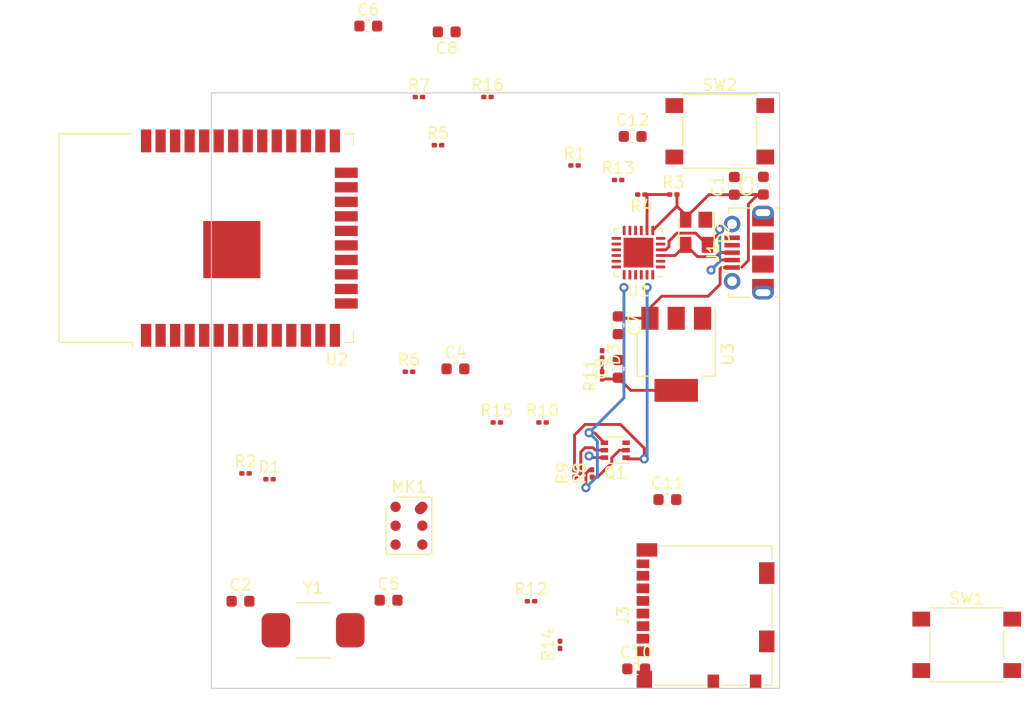
<source format=kicad_pcb>
(kicad_pcb (version 20171130) (host pcbnew "(5.1.10)-1")

  (general
    (thickness 1.6)
    (drawings 4)
    (tracks 95)
    (zones 0)
    (modules 41)
    (nets 69)
  )

  (page A4)
  (layers
    (0 F.Cu signal)
    (31 B.Cu signal)
    (32 B.Adhes user)
    (33 F.Adhes user)
    (34 B.Paste user)
    (35 F.Paste user)
    (36 B.SilkS user)
    (37 F.SilkS user)
    (38 B.Mask user)
    (39 F.Mask user)
    (40 Dwgs.User user)
    (41 Cmts.User user hide)
    (42 Eco1.User user hide)
    (43 Eco2.User user hide)
    (44 Edge.Cuts user)
    (45 Margin user)
    (46 B.CrtYd user)
    (47 F.CrtYd user)
    (48 B.Fab user)
    (49 F.Fab user)
  )

  (setup
    (last_trace_width 0.25)
    (trace_clearance 0.2)
    (zone_clearance 0.508)
    (zone_45_only no)
    (trace_min 0.2)
    (via_size 0.8)
    (via_drill 0.4)
    (via_min_size 0.4)
    (via_min_drill 0.3)
    (uvia_size 0.3)
    (uvia_drill 0.1)
    (uvias_allowed no)
    (uvia_min_size 0.2)
    (uvia_min_drill 0.1)
    (edge_width 0.05)
    (segment_width 0.2)
    (pcb_text_width 0.3)
    (pcb_text_size 1.5 1.5)
    (mod_edge_width 0.12)
    (mod_text_size 1 1)
    (mod_text_width 0.15)
    (pad_size 1.524 1.524)
    (pad_drill 0.762)
    (pad_to_mask_clearance 0)
    (aux_axis_origin 0 0)
    (visible_elements FFFFFF7F)
    (pcbplotparams
      (layerselection 0x010fc_ffffffff)
      (usegerberextensions false)
      (usegerberattributes true)
      (usegerberadvancedattributes true)
      (creategerberjobfile true)
      (excludeedgelayer true)
      (linewidth 0.100000)
      (plotframeref false)
      (viasonmask false)
      (mode 1)
      (useauxorigin false)
      (hpglpennumber 1)
      (hpglpenspeed 20)
      (hpglpendiameter 15.000000)
      (psnegative false)
      (psa4output false)
      (plotreference true)
      (plotvalue true)
      (plotinvisibletext false)
      (padsonsilk false)
      (subtractmaskfromsilk false)
      (outputformat 1)
      (mirror false)
      (drillshape 1)
      (scaleselection 1)
      (outputdirectory ""))
  )

  (net 0 "")
  (net 1 D-)
  (net 2 D+)
  (net 3 +5V)
  (net 4 GND)
  (net 5 +3V3)
  (net 6 IO27-MIC_DATA)
  (net 7 IO26-MIC_CLK)
  (net 8 IO25-MIC_SEL)
  (net 9 EN)
  (net 10 DTR)
  (net 11 "Net-(Q1-Pad2)")
  (net 12 "Net-(Q1-Pad5)")
  (net 13 IO0)
  (net 14 RTS)
  (net 15 "Net-(U1-Pad24)")
  (net 16 "Net-(U1-Pad22)")
  (net 17 TXD_CP2102)
  (net 18 RXD_CP2102)
  (net 19 "Net-(U1-Pad18)")
  (net 20 "Net-(U1-Pad17)")
  (net 21 "Net-(U1-Pad16)")
  (net 22 "Net-(U1-Pad15)")
  (net 23 "Net-(U1-Pad14)")
  (net 24 "Net-(U1-Pad13)")
  (net 25 "Net-(U1-Pad12)")
  (net 26 "Net-(U1-Pad11)")
  (net 27 "Net-(U1-Pad10)")
  (net 28 "Net-(U1-Pad9)")
  (net 29 "Net-(R3-Pad1)")
  (net 30 "Net-(U1-Pad6)")
  (net 31 "Net-(U1-Pad5)")
  (net 32 "Net-(U1-Pad1)")
  (net 33 IO23)
  (net 34 IO22)
  (net 35 TXD)
  (net 36 RXD)
  (net 37 IO21)
  (net 38 "Net-(U2-Pad32)")
  (net 39 IO19)
  (net 40 IO18)
  (net 41 IO5)
  (net 42 IO17)
  (net 43 IO16)
  (net 44 IO4)
  (net 45 IO2)
  (net 46 IO15-MOSI)
  (net 47 "Net-(U2-Pad22)")
  (net 48 "Net-(U2-Pad21)")
  (net 49 "Net-(U2-Pad20)")
  (net 50 "Net-(U2-Pad19)")
  (net 51 "Net-(U2-Pad18)")
  (net 52 "Net-(U2-Pad17)")
  (net 53 IO13-CS)
  (net 54 IO12-MISO)
  (net 55 IO14-CLK)
  (net 56 IO33)
  (net 57 IO32)
  (net 58 IO35)
  (net 59 IO34)
  (net 60 "Net-(U2-Pad5)")
  (net 61 "Net-(U2-Pad4)")
  (net 62 "Net-(J3-Pad8)")
  (net 63 "Net-(J3-Pad1)")
  (net 64 "Net-(D1-Pad2)")
  (net 65 "Net-(D3-Pad2)")
  (net 66 "Net-(R15-Pad2)")
  (net 67 "Net-(C12-Pad1)")
  (net 68 "Net-(J1-Pad4)")

  (net_class Default "This is the default net class."
    (clearance 0.2)
    (trace_width 0.25)
    (via_dia 0.8)
    (via_drill 0.4)
    (uvia_dia 0.3)
    (uvia_drill 0.1)
    (add_net +3V3)
    (add_net +5V)
    (add_net D+)
    (add_net D-)
    (add_net DTR)
    (add_net EN)
    (add_net GND)
    (add_net IO0)
    (add_net IO12-MISO)
    (add_net IO13-CS)
    (add_net IO14-CLK)
    (add_net IO15-MOSI)
    (add_net IO16)
    (add_net IO17)
    (add_net IO18)
    (add_net IO19)
    (add_net IO2)
    (add_net IO21)
    (add_net IO22)
    (add_net IO23)
    (add_net IO25-MIC_SEL)
    (add_net IO26-MIC_CLK)
    (add_net IO27-MIC_DATA)
    (add_net IO32)
    (add_net IO33)
    (add_net IO34)
    (add_net IO35)
    (add_net IO4)
    (add_net IO5)
    (add_net "Net-(C12-Pad1)")
    (add_net "Net-(D1-Pad2)")
    (add_net "Net-(D3-Pad2)")
    (add_net "Net-(J1-Pad4)")
    (add_net "Net-(J3-Pad1)")
    (add_net "Net-(J3-Pad8)")
    (add_net "Net-(Q1-Pad2)")
    (add_net "Net-(Q1-Pad5)")
    (add_net "Net-(R15-Pad2)")
    (add_net "Net-(R3-Pad1)")
    (add_net "Net-(U1-Pad1)")
    (add_net "Net-(U1-Pad10)")
    (add_net "Net-(U1-Pad11)")
    (add_net "Net-(U1-Pad12)")
    (add_net "Net-(U1-Pad13)")
    (add_net "Net-(U1-Pad14)")
    (add_net "Net-(U1-Pad15)")
    (add_net "Net-(U1-Pad16)")
    (add_net "Net-(U1-Pad17)")
    (add_net "Net-(U1-Pad18)")
    (add_net "Net-(U1-Pad22)")
    (add_net "Net-(U1-Pad24)")
    (add_net "Net-(U1-Pad5)")
    (add_net "Net-(U1-Pad6)")
    (add_net "Net-(U1-Pad9)")
    (add_net "Net-(U2-Pad17)")
    (add_net "Net-(U2-Pad18)")
    (add_net "Net-(U2-Pad19)")
    (add_net "Net-(U2-Pad20)")
    (add_net "Net-(U2-Pad21)")
    (add_net "Net-(U2-Pad22)")
    (add_net "Net-(U2-Pad32)")
    (add_net "Net-(U2-Pad4)")
    (add_net "Net-(U2-Pad5)")
    (add_net RTS)
    (add_net RXD)
    (add_net RXD_CP2102)
    (add_net TXD)
    (add_net TXD_CP2102)
  )

  (module Connector_USB:USB_Micro-B_Molex-105017-0001 placed (layer F.Cu) (tedit 5A1DC0BE) (tstamp 60FA0F44)
    (at 196.85 54.61 90)
    (descr http://www.molex.com/pdm_docs/sd/1050170001_sd.pdf)
    (tags "Micro-USB SMD Typ-B")
    (path /617FC01D)
    (attr smd)
    (fp_text reference J1 (at 0 -3.1125 90) (layer F.SilkS)
      (effects (font (size 1 1) (thickness 0.15)))
    )
    (fp_text value USB_B_Micro (at 0.3 4.3375 90) (layer F.Fab)
      (effects (font (size 1 1) (thickness 0.15)))
    )
    (fp_text user %R (at 0 0.8875 90) (layer F.Fab)
      (effects (font (size 1 1) (thickness 0.15)))
    )
    (fp_text user "PCB Edge" (at 0 3.048 90) (layer Dwgs.User)
      (effects (font (size 0.5 0.5) (thickness 0.08)))
    )
    (fp_line (start -4.4 3.64) (end 4.4 3.64) (layer F.CrtYd) (width 0.05))
    (fp_line (start 4.4 -2.46) (end 4.4 3.64) (layer F.CrtYd) (width 0.05))
    (fp_line (start -4.4 -2.46) (end 4.4 -2.46) (layer F.CrtYd) (width 0.05))
    (fp_line (start -4.4 3.64) (end -4.4 -2.46) (layer F.CrtYd) (width 0.05))
    (fp_line (start -3.9 -1.7625) (end -3.45 -1.7625) (layer F.SilkS) (width 0.12))
    (fp_line (start -3.9 0.0875) (end -3.9 -1.7625) (layer F.SilkS) (width 0.12))
    (fp_line (start 3.9 2.6375) (end 3.9 2.3875) (layer F.SilkS) (width 0.12))
    (fp_line (start 3.75 3.3875) (end 3.75 -1.6125) (layer F.Fab) (width 0.1))
    (fp_line (start -3 2.689204) (end 3 2.689204) (layer F.Fab) (width 0.1))
    (fp_line (start -3.75 3.389204) (end 3.75 3.389204) (layer F.Fab) (width 0.1))
    (fp_line (start -3.75 -1.6125) (end 3.75 -1.6125) (layer F.Fab) (width 0.1))
    (fp_line (start -3.75 3.3875) (end -3.75 -1.6125) (layer F.Fab) (width 0.1))
    (fp_line (start -3.9 2.6375) (end -3.9 2.3875) (layer F.SilkS) (width 0.12))
    (fp_line (start 3.9 0.0875) (end 3.9 -1.7625) (layer F.SilkS) (width 0.12))
    (fp_line (start 3.9 -1.7625) (end 3.45 -1.7625) (layer F.SilkS) (width 0.12))
    (fp_line (start -1.7 -2.3125) (end -1.25 -2.3125) (layer F.SilkS) (width 0.12))
    (fp_line (start -1.7 -2.3125) (end -1.7 -1.8625) (layer F.SilkS) (width 0.12))
    (fp_line (start -1.3 -1.7125) (end -1.5 -1.9125) (layer F.Fab) (width 0.1))
    (fp_line (start -1.1 -1.9125) (end -1.3 -1.7125) (layer F.Fab) (width 0.1))
    (fp_line (start -1.5 -2.1225) (end -1.1 -2.1225) (layer F.Fab) (width 0.1))
    (fp_line (start -1.5 -2.1225) (end -1.5 -1.9125) (layer F.Fab) (width 0.1))
    (fp_line (start -1.1 -2.1225) (end -1.1 -1.9125) (layer F.Fab) (width 0.1))
    (pad 6 smd rect (at -2.9 1.2375 90) (size 1.2 1.9) (layers F.Cu F.Mask)
      (net 4 GND))
    (pad 6 smd rect (at 2.9 1.2375 90) (size 1.2 1.9) (layers F.Cu F.Mask)
      (net 4 GND))
    (pad 6 thru_hole oval (at 3.5 1.2375 90) (size 1.2 1.9) (drill oval 0.6 1.3) (layers *.Cu *.Mask)
      (net 4 GND))
    (pad 6 thru_hole oval (at -3.5 1.2375 270) (size 1.2 1.9) (drill oval 0.6 1.3) (layers *.Cu *.Mask)
      (net 4 GND))
    (pad 6 smd rect (at -1 1.2375 90) (size 1.5 1.9) (layers F.Cu F.Paste F.Mask)
      (net 4 GND))
    (pad 6 thru_hole circle (at 2.5 -1.4625 90) (size 1.45 1.45) (drill 0.85) (layers *.Cu *.Mask)
      (net 4 GND))
    (pad 3 smd rect (at 0 -1.4625 90) (size 0.4 1.35) (layers F.Cu F.Paste F.Mask)
      (net 2 D+))
    (pad 4 smd rect (at 0.65 -1.4625 90) (size 0.4 1.35) (layers F.Cu F.Paste F.Mask)
      (net 68 "Net-(J1-Pad4)"))
    (pad 5 smd rect (at 1.3 -1.4625 90) (size 0.4 1.35) (layers F.Cu F.Paste F.Mask)
      (net 4 GND))
    (pad 1 smd rect (at -1.3 -1.4625 90) (size 0.4 1.35) (layers F.Cu F.Paste F.Mask)
      (net 3 +5V))
    (pad 2 smd rect (at -0.65 -1.4625 90) (size 0.4 1.35) (layers F.Cu F.Paste F.Mask)
      (net 1 D-))
    (pad 6 thru_hole circle (at -2.5 -1.4625 90) (size 1.45 1.45) (drill 0.85) (layers *.Cu *.Mask)
      (net 4 GND))
    (pad 6 smd rect (at 1 1.2375 90) (size 1.5 1.9) (layers F.Cu F.Paste F.Mask)
      (net 4 GND))
    (model ${KISYS3DMOD}/Connector_USB.3dshapes/USB_Micro-B_Molex-105017-0001.wrl
      (at (xyz 0 0 0))
      (scale (xyz 1 1 1))
      (rotate (xyz 0 0 0))
    )
  )

  (module LED_SMD:LED_0201_0603Metric placed (layer F.Cu) (tedit 5F68FEF1) (tstamp 60FA0F1B)
    (at 184.023 63.5 270)
    (descr "LED SMD 0201 (0603 Metric), square (rectangular) end terminal, IPC_7351 nominal, (Body size source: https://www.vishay.com/docs/20052/crcw0201e3.pdf), generated with kicad-footprint-generator")
    (tags LED)
    (path /5888B197)
    (attr smd)
    (fp_text reference D3 (at 0 -1.05 90) (layer F.SilkS)
      (effects (font (size 1 1) (thickness 0.15)))
    )
    (fp_text value Led_PWR_G (at 0 1.05 90) (layer F.Fab)
      (effects (font (size 1 1) (thickness 0.15)))
    )
    (fp_text user %R (at 0 -0.68 90) (layer F.Fab)
      (effects (font (size 0.25 0.25) (thickness 0.04)))
    )
    (fp_circle (center -0.86 0) (end -0.81 0) (layer F.SilkS) (width 0.1))
    (fp_line (start -0.3 0.15) (end -0.3 -0.15) (layer F.Fab) (width 0.1))
    (fp_line (start -0.3 -0.15) (end 0.3 -0.15) (layer F.Fab) (width 0.1))
    (fp_line (start 0.3 -0.15) (end 0.3 0.15) (layer F.Fab) (width 0.1))
    (fp_line (start 0.3 0.15) (end -0.3 0.15) (layer F.Fab) (width 0.1))
    (fp_line (start -0.2 0.15) (end -0.2 -0.15) (layer F.Fab) (width 0.1))
    (fp_line (start -0.1 0.15) (end -0.1 -0.15) (layer F.Fab) (width 0.1))
    (fp_line (start -0.7 0.35) (end -0.7 -0.35) (layer F.CrtYd) (width 0.05))
    (fp_line (start -0.7 -0.35) (end 0.7 -0.35) (layer F.CrtYd) (width 0.05))
    (fp_line (start 0.7 -0.35) (end 0.7 0.35) (layer F.CrtYd) (width 0.05))
    (fp_line (start 0.7 0.35) (end -0.7 0.35) (layer F.CrtYd) (width 0.05))
    (pad 2 smd roundrect (at 0.32 0 270) (size 0.46 0.4) (layers F.Cu F.Mask) (roundrect_rratio 0.25)
      (net 65 "Net-(D3-Pad2)"))
    (pad 1 smd roundrect (at -0.32 0 270) (size 0.46 0.4) (layers F.Cu F.Mask) (roundrect_rratio 0.25)
      (net 4 GND))
    (pad "" smd roundrect (at 0.345 0 270) (size 0.318 0.36) (layers F.Paste) (roundrect_rratio 0.25))
    (pad "" smd roundrect (at -0.345 0 270) (size 0.318 0.36) (layers F.Paste) (roundrect_rratio 0.25))
    (model ${KISYS3DMOD}/LED_SMD.3dshapes/LED_0201_0603Metric.wrl
      (at (xyz 0 0 0))
      (scale (xyz 1 1 1))
      (rotate (xyz 0 0 0))
    )
  )

  (module Crystal:Crystal_SMD_TXC_AX_8045-2Pin_8.0x4.5mm placed (layer F.Cu) (tedit 5BBF9BBE) (tstamp 60F9FD75)
    (at 158.75 87.63)
    (descr http://www.txccrystal.com/images/pdf/ax-automotive.pdf)
    (tags "SMD SMT crystal")
    (path /5897D588)
    (attr smd)
    (fp_text reference Y1 (at 0 -3.7) (layer F.SilkS)
      (effects (font (size 1 1) (thickness 0.15)))
    )
    (fp_text value 32.768KHz (at 0 4.25) (layer F.Fab)
      (effects (font (size 1 1) (thickness 0.15)))
    )
    (fp_text user %R (at 0 0) (layer F.Fab)
      (effects (font (size 1 1) (thickness 0.15)))
    )
    (fp_line (start -3.75 -2.25) (end 3.75 -2.25) (layer F.Fab) (width 0.1))
    (fp_line (start 3.75 -2.25) (end 4 -2) (layer F.Fab) (width 0.1))
    (fp_line (start 4 -2) (end 4 2) (layer F.Fab) (width 0.1))
    (fp_line (start 3.75 2.25) (end -3.75 2.25) (layer F.Fab) (width 0.1))
    (fp_line (start -3.75 2.25) (end -4 2) (layer F.Fab) (width 0.1))
    (fp_line (start -4 2) (end -4 -2) (layer F.Fab) (width 0.1))
    (fp_line (start -4 -2) (end -3.75 -2.25) (layer F.Fab) (width 0.1))
    (fp_line (start 1.5 -2.4) (end -1.5 -2.4) (layer F.SilkS) (width 0.12))
    (fp_line (start -1.5 2.4) (end 1.5 2.4) (layer F.SilkS) (width 0.12))
    (fp_line (start -5 -2.95) (end -5 2.95) (layer F.CrtYd) (width 0.05))
    (fp_line (start -5 2.95) (end 5 2.95) (layer F.CrtYd) (width 0.05))
    (fp_line (start 5 2.95) (end 5 -2.95) (layer F.CrtYd) (width 0.05))
    (fp_line (start 5 -2.95) (end -5 -2.95) (layer F.CrtYd) (width 0.05))
    (fp_line (start 3.75 2.25) (end 4 2) (layer F.Fab) (width 0.1))
    (pad 2 smd roundrect (at 3.25 0) (size 2.5 3) (layers F.Cu F.Paste F.Mask) (roundrect_rratio 0.25)
      (net 56 IO33))
    (pad 1 smd roundrect (at -3.25 0) (size 2.5 3) (layers F.Cu F.Paste F.Mask) (roundrect_rratio 0.25)
      (net 57 IO32))
    (model ${KISYS3DMOD}/Crystal.3dshapes/Crystal_SMD_TXC_AX_8045-2Pin_8.0x4.5mm.wrl
      (at (xyz 0 0 0))
      (scale (xyz 1 1 1))
      (rotate (xyz 0 0 0))
    )
  )

  (module LED_SMD:LED_0201_0603Metric placed (layer F.Cu) (tedit 5F68FEF1) (tstamp 60F9F8B8)
    (at 154.94 74.422)
    (descr "LED SMD 0201 (0603 Metric), square (rectangular) end terminal, IPC_7351 nominal, (Body size source: https://www.vishay.com/docs/20052/crcw0201e3.pdf), generated with kicad-footprint-generator")
    (tags LED)
    (path /5888B17E)
    (attr smd)
    (fp_text reference D1 (at 0 -1.05) (layer F.SilkS)
      (effects (font (size 1 1) (thickness 0.15)))
    )
    (fp_text value LED_IO23_W (at 0 1.05) (layer F.Fab)
      (effects (font (size 1 1) (thickness 0.15)))
    )
    (fp_text user %R (at 0 -0.68) (layer F.Fab)
      (effects (font (size 0.25 0.25) (thickness 0.04)))
    )
    (fp_circle (center -0.86 0) (end -0.81 0) (layer F.SilkS) (width 0.1))
    (fp_line (start -0.3 0.15) (end -0.3 -0.15) (layer F.Fab) (width 0.1))
    (fp_line (start -0.3 -0.15) (end 0.3 -0.15) (layer F.Fab) (width 0.1))
    (fp_line (start 0.3 -0.15) (end 0.3 0.15) (layer F.Fab) (width 0.1))
    (fp_line (start 0.3 0.15) (end -0.3 0.15) (layer F.Fab) (width 0.1))
    (fp_line (start -0.2 0.15) (end -0.2 -0.15) (layer F.Fab) (width 0.1))
    (fp_line (start -0.1 0.15) (end -0.1 -0.15) (layer F.Fab) (width 0.1))
    (fp_line (start -0.7 0.35) (end -0.7 -0.35) (layer F.CrtYd) (width 0.05))
    (fp_line (start -0.7 -0.35) (end 0.7 -0.35) (layer F.CrtYd) (width 0.05))
    (fp_line (start 0.7 -0.35) (end 0.7 0.35) (layer F.CrtYd) (width 0.05))
    (fp_line (start 0.7 0.35) (end -0.7 0.35) (layer F.CrtYd) (width 0.05))
    (pad 2 smd roundrect (at 0.32 0) (size 0.46 0.4) (layers F.Cu F.Mask) (roundrect_rratio 0.25)
      (net 64 "Net-(D1-Pad2)"))
    (pad 1 smd roundrect (at -0.32 0) (size 0.46 0.4) (layers F.Cu F.Mask) (roundrect_rratio 0.25)
      (net 33 IO23))
    (pad "" smd roundrect (at 0.345 0) (size 0.318 0.36) (layers F.Paste) (roundrect_rratio 0.25))
    (pad "" smd roundrect (at -0.345 0) (size 0.318 0.36) (layers F.Paste) (roundrect_rratio 0.25))
    (model ${KISYS3DMOD}/LED_SMD.3dshapes/LED_0201_0603Metric.wrl
      (at (xyz 0 0 0))
      (scale (xyz 1 1 1))
      (rotate (xyz 0 0 0))
    )
  )

  (module Button_Switch_SMD:SW_Push_1P1T_NO_6x6mm_H9.5mm placed (layer F.Cu) (tedit 5CA1CA7F) (tstamp 60F9DE61)
    (at 194.31 44)
    (descr "tactile push button, 6x6mm e.g. PTS645xx series, height=9.5mm")
    (tags "tact sw push 6mm smd")
    (path /6243C1F0)
    (attr smd)
    (fp_text reference SW2 (at 0 -4.05) (layer F.SilkS)
      (effects (font (size 1 1) (thickness 0.15)))
    )
    (fp_text value SW_Push (at 0 4.15) (layer F.Fab)
      (effects (font (size 1 1) (thickness 0.15)))
    )
    (fp_text user %R (at 0 -4.05) (layer F.Fab)
      (effects (font (size 1 1) (thickness 0.15)))
    )
    (fp_line (start -3 -3) (end -3 3) (layer F.Fab) (width 0.1))
    (fp_line (start -3 3) (end 3 3) (layer F.Fab) (width 0.1))
    (fp_line (start 3 3) (end 3 -3) (layer F.Fab) (width 0.1))
    (fp_line (start 3 -3) (end -3 -3) (layer F.Fab) (width 0.1))
    (fp_line (start 5 3.25) (end 5 -3.25) (layer F.CrtYd) (width 0.05))
    (fp_line (start -5 -3.25) (end -5 3.25) (layer F.CrtYd) (width 0.05))
    (fp_line (start -5 3.25) (end 5 3.25) (layer F.CrtYd) (width 0.05))
    (fp_line (start -5 -3.25) (end 5 -3.25) (layer F.CrtYd) (width 0.05))
    (fp_line (start 3.23 -3.23) (end 3.23 -3.2) (layer F.SilkS) (width 0.12))
    (fp_line (start 3.23 3.23) (end 3.23 3.2) (layer F.SilkS) (width 0.12))
    (fp_line (start -3.23 3.23) (end -3.23 3.2) (layer F.SilkS) (width 0.12))
    (fp_line (start -3.23 -3.2) (end -3.23 -3.23) (layer F.SilkS) (width 0.12))
    (fp_line (start 3.23 -1.3) (end 3.23 1.3) (layer F.SilkS) (width 0.12))
    (fp_line (start -3.23 -3.23) (end 3.23 -3.23) (layer F.SilkS) (width 0.12))
    (fp_line (start -3.23 -1.3) (end -3.23 1.3) (layer F.SilkS) (width 0.12))
    (fp_line (start -3.23 3.23) (end 3.23 3.23) (layer F.SilkS) (width 0.12))
    (fp_circle (center 0 0) (end 1.75 -0.05) (layer F.Fab) (width 0.1))
    (pad 2 smd rect (at 3.975 2.25) (size 1.55 1.3) (layers F.Cu F.Paste F.Mask)
      (net 67 "Net-(C12-Pad1)"))
    (pad 1 smd rect (at 3.975 -2.25) (size 1.55 1.3) (layers F.Cu F.Paste F.Mask)
      (net 4 GND))
    (pad 1 smd rect (at -3.975 -2.25) (size 1.55 1.3) (layers F.Cu F.Paste F.Mask)
      (net 4 GND))
    (pad 2 smd rect (at -3.975 2.25) (size 1.55 1.3) (layers F.Cu F.Paste F.Mask)
      (net 67 "Net-(C12-Pad1)"))
    (model ${KISYS3DMOD}/Button_Switch_SMD.3dshapes/SW_PUSH_6mm_H9.5mm.wrl
      (at (xyz 0 0 0))
      (scale (xyz 1 1 1))
      (rotate (xyz 0 0 0))
    )
  )

  (module Button_Switch_SMD:SW_Push_1P1T_NO_6x6mm_H9.5mm placed (layer F.Cu) (tedit 5CA1CA7F) (tstamp 60F9DE47)
    (at 215.9 88.9)
    (descr "tactile push button, 6x6mm e.g. PTS645xx series, height=9.5mm")
    (tags "tact sw push 6mm smd")
    (path /62340064)
    (attr smd)
    (fp_text reference SW1 (at 0 -4.05) (layer F.SilkS)
      (effects (font (size 1 1) (thickness 0.15)))
    )
    (fp_text value SW_Push (at 0 4.15) (layer F.Fab)
      (effects (font (size 1 1) (thickness 0.15)))
    )
    (fp_text user %R (at 0 -4.05) (layer F.Fab)
      (effects (font (size 1 1) (thickness 0.15)))
    )
    (fp_line (start -3 -3) (end -3 3) (layer F.Fab) (width 0.1))
    (fp_line (start -3 3) (end 3 3) (layer F.Fab) (width 0.1))
    (fp_line (start 3 3) (end 3 -3) (layer F.Fab) (width 0.1))
    (fp_line (start 3 -3) (end -3 -3) (layer F.Fab) (width 0.1))
    (fp_line (start 5 3.25) (end 5 -3.25) (layer F.CrtYd) (width 0.05))
    (fp_line (start -5 -3.25) (end -5 3.25) (layer F.CrtYd) (width 0.05))
    (fp_line (start -5 3.25) (end 5 3.25) (layer F.CrtYd) (width 0.05))
    (fp_line (start -5 -3.25) (end 5 -3.25) (layer F.CrtYd) (width 0.05))
    (fp_line (start 3.23 -3.23) (end 3.23 -3.2) (layer F.SilkS) (width 0.12))
    (fp_line (start 3.23 3.23) (end 3.23 3.2) (layer F.SilkS) (width 0.12))
    (fp_line (start -3.23 3.23) (end -3.23 3.2) (layer F.SilkS) (width 0.12))
    (fp_line (start -3.23 -3.2) (end -3.23 -3.23) (layer F.SilkS) (width 0.12))
    (fp_line (start 3.23 -1.3) (end 3.23 1.3) (layer F.SilkS) (width 0.12))
    (fp_line (start -3.23 -3.23) (end 3.23 -3.23) (layer F.SilkS) (width 0.12))
    (fp_line (start -3.23 -1.3) (end -3.23 1.3) (layer F.SilkS) (width 0.12))
    (fp_line (start -3.23 3.23) (end 3.23 3.23) (layer F.SilkS) (width 0.12))
    (fp_circle (center 0 0) (end 1.75 -0.05) (layer F.Fab) (width 0.1))
    (pad 2 smd rect (at 3.975 2.25) (size 1.55 1.3) (layers F.Cu F.Paste F.Mask)
      (net 66 "Net-(R15-Pad2)"))
    (pad 1 smd rect (at 3.975 -2.25) (size 1.55 1.3) (layers F.Cu F.Paste F.Mask)
      (net 4 GND))
    (pad 1 smd rect (at -3.975 -2.25) (size 1.55 1.3) (layers F.Cu F.Paste F.Mask)
      (net 4 GND))
    (pad 2 smd rect (at -3.975 2.25) (size 1.55 1.3) (layers F.Cu F.Paste F.Mask)
      (net 66 "Net-(R15-Pad2)"))
    (model ${KISYS3DMOD}/Button_Switch_SMD.3dshapes/SW_PUSH_6mm_H9.5mm.wrl
      (at (xyz 0 0 0))
      (scale (xyz 1 1 1))
      (rotate (xyz 0 0 0))
    )
  )

  (module Capacitor_SMD:C_0603_1608Metric placed (layer F.Cu) (tedit 5F68FEEE) (tstamp 60F9DB51)
    (at 186.69 44.45)
    (descr "Capacitor SMD 0603 (1608 Metric), square (rectangular) end terminal, IPC_7351 nominal, (Body size source: IPC-SM-782 page 76, https://www.pcb-3d.com/wordpress/wp-content/uploads/ipc-sm-782a_amendment_1_and_2.pdf), generated with kicad-footprint-generator")
    (tags capacitor)
    (path /589050F0)
    (attr smd)
    (fp_text reference C12 (at 0 -1.43) (layer F.SilkS)
      (effects (font (size 1 1) (thickness 0.15)))
    )
    (fp_text value 0.1uF/50V (at 0 1.43) (layer F.Fab)
      (effects (font (size 1 1) (thickness 0.15)))
    )
    (fp_text user %R (at 0 0) (layer F.Fab)
      (effects (font (size 0.4 0.4) (thickness 0.06)))
    )
    (fp_line (start -0.8 0.4) (end -0.8 -0.4) (layer F.Fab) (width 0.1))
    (fp_line (start -0.8 -0.4) (end 0.8 -0.4) (layer F.Fab) (width 0.1))
    (fp_line (start 0.8 -0.4) (end 0.8 0.4) (layer F.Fab) (width 0.1))
    (fp_line (start 0.8 0.4) (end -0.8 0.4) (layer F.Fab) (width 0.1))
    (fp_line (start -0.14058 -0.51) (end 0.14058 -0.51) (layer F.SilkS) (width 0.12))
    (fp_line (start -0.14058 0.51) (end 0.14058 0.51) (layer F.SilkS) (width 0.12))
    (fp_line (start -1.48 0.73) (end -1.48 -0.73) (layer F.CrtYd) (width 0.05))
    (fp_line (start -1.48 -0.73) (end 1.48 -0.73) (layer F.CrtYd) (width 0.05))
    (fp_line (start 1.48 -0.73) (end 1.48 0.73) (layer F.CrtYd) (width 0.05))
    (fp_line (start 1.48 0.73) (end -1.48 0.73) (layer F.CrtYd) (width 0.05))
    (pad 2 smd roundrect (at 0.775 0) (size 0.9 0.95) (layers F.Cu F.Paste F.Mask) (roundrect_rratio 0.25)
      (net 4 GND))
    (pad 1 smd roundrect (at -0.775 0) (size 0.9 0.95) (layers F.Cu F.Paste F.Mask) (roundrect_rratio 0.25)
      (net 67 "Net-(C12-Pad1)"))
    (model ${KISYS3DMOD}/Capacitor_SMD.3dshapes/C_0603_1608Metric.wrl
      (at (xyz 0 0 0))
      (scale (xyz 1 1 1))
      (rotate (xyz 0 0 0))
    )
  )

  (module Capacitor_SMD:C_0603_1608Metric placed (layer F.Cu) (tedit 5F68FEEE) (tstamp 60F9DB40)
    (at 189.725 76.2)
    (descr "Capacitor SMD 0603 (1608 Metric), square (rectangular) end terminal, IPC_7351 nominal, (Body size source: IPC-SM-782 page 76, https://www.pcb-3d.com/wordpress/wp-content/uploads/ipc-sm-782a_amendment_1_and_2.pdf), generated with kicad-footprint-generator")
    (tags capacitor)
    (path /628D7732)
    (attr smd)
    (fp_text reference C11 (at 0 -1.43) (layer F.SilkS)
      (effects (font (size 1 1) (thickness 0.15)))
    )
    (fp_text value 10uF/25V (at 0 1.43) (layer F.Fab)
      (effects (font (size 1 1) (thickness 0.15)))
    )
    (fp_text user %R (at 0 0) (layer F.Fab)
      (effects (font (size 0.4 0.4) (thickness 0.06)))
    )
    (fp_line (start -0.8 0.4) (end -0.8 -0.4) (layer F.Fab) (width 0.1))
    (fp_line (start -0.8 -0.4) (end 0.8 -0.4) (layer F.Fab) (width 0.1))
    (fp_line (start 0.8 -0.4) (end 0.8 0.4) (layer F.Fab) (width 0.1))
    (fp_line (start 0.8 0.4) (end -0.8 0.4) (layer F.Fab) (width 0.1))
    (fp_line (start -0.14058 -0.51) (end 0.14058 -0.51) (layer F.SilkS) (width 0.12))
    (fp_line (start -0.14058 0.51) (end 0.14058 0.51) (layer F.SilkS) (width 0.12))
    (fp_line (start -1.48 0.73) (end -1.48 -0.73) (layer F.CrtYd) (width 0.05))
    (fp_line (start -1.48 -0.73) (end 1.48 -0.73) (layer F.CrtYd) (width 0.05))
    (fp_line (start 1.48 -0.73) (end 1.48 0.73) (layer F.CrtYd) (width 0.05))
    (fp_line (start 1.48 0.73) (end -1.48 0.73) (layer F.CrtYd) (width 0.05))
    (pad 2 smd roundrect (at 0.775 0) (size 0.9 0.95) (layers F.Cu F.Paste F.Mask) (roundrect_rratio 0.25)
      (net 4 GND))
    (pad 1 smd roundrect (at -0.775 0) (size 0.9 0.95) (layers F.Cu F.Paste F.Mask) (roundrect_rratio 0.25)
      (net 5 +3V3))
    (model ${KISYS3DMOD}/Capacitor_SMD.3dshapes/C_0603_1608Metric.wrl
      (at (xyz 0 0 0))
      (scale (xyz 1 1 1))
      (rotate (xyz 0 0 0))
    )
  )

  (module Capacitor_SMD:C_0603_1608Metric placed (layer F.Cu) (tedit 5F68FEEE) (tstamp 60F9DB2F)
    (at 187 91)
    (descr "Capacitor SMD 0603 (1608 Metric), square (rectangular) end terminal, IPC_7351 nominal, (Body size source: IPC-SM-782 page 76, https://www.pcb-3d.com/wordpress/wp-content/uploads/ipc-sm-782a_amendment_1_and_2.pdf), generated with kicad-footprint-generator")
    (tags capacitor)
    (path /58915388)
    (attr smd)
    (fp_text reference C10 (at 0 -1.43) (layer F.SilkS)
      (effects (font (size 1 1) (thickness 0.15)))
    )
    (fp_text value 10uF/25V (at 0 1.43) (layer F.Fab)
      (effects (font (size 1 1) (thickness 0.15)))
    )
    (fp_text user %R (at 0 0) (layer F.Fab)
      (effects (font (size 0.4 0.4) (thickness 0.06)))
    )
    (fp_line (start -0.8 0.4) (end -0.8 -0.4) (layer F.Fab) (width 0.1))
    (fp_line (start -0.8 -0.4) (end 0.8 -0.4) (layer F.Fab) (width 0.1))
    (fp_line (start 0.8 -0.4) (end 0.8 0.4) (layer F.Fab) (width 0.1))
    (fp_line (start 0.8 0.4) (end -0.8 0.4) (layer F.Fab) (width 0.1))
    (fp_line (start -0.14058 -0.51) (end 0.14058 -0.51) (layer F.SilkS) (width 0.12))
    (fp_line (start -0.14058 0.51) (end 0.14058 0.51) (layer F.SilkS) (width 0.12))
    (fp_line (start -1.48 0.73) (end -1.48 -0.73) (layer F.CrtYd) (width 0.05))
    (fp_line (start -1.48 -0.73) (end 1.48 -0.73) (layer F.CrtYd) (width 0.05))
    (fp_line (start 1.48 -0.73) (end 1.48 0.73) (layer F.CrtYd) (width 0.05))
    (fp_line (start 1.48 0.73) (end -1.48 0.73) (layer F.CrtYd) (width 0.05))
    (pad 2 smd roundrect (at 0.775 0) (size 0.9 0.95) (layers F.Cu F.Paste F.Mask) (roundrect_rratio 0.25)
      (net 4 GND))
    (pad 1 smd roundrect (at -0.775 0) (size 0.9 0.95) (layers F.Cu F.Paste F.Mask) (roundrect_rratio 0.25)
      (net 5 +3V3))
    (model ${KISYS3DMOD}/Capacitor_SMD.3dshapes/C_0603_1608Metric.wrl
      (at (xyz 0 0 0))
      (scale (xyz 1 1 1))
      (rotate (xyz 0 0 0))
    )
  )

  (module Capacitor_SMD:C_0603_1608Metric placed (layer F.Cu) (tedit 5F68FEEE) (tstamp 60F9DB1E)
    (at 185.42 64.77 90)
    (descr "Capacitor SMD 0603 (1608 Metric), square (rectangular) end terminal, IPC_7351 nominal, (Body size source: IPC-SM-782 page 76, https://www.pcb-3d.com/wordpress/wp-content/uploads/ipc-sm-782a_amendment_1_and_2.pdf), generated with kicad-footprint-generator")
    (tags capacitor)
    (path /58DE0B9A)
    (attr smd)
    (fp_text reference C9 (at 0 -1.43 90) (layer F.SilkS)
      (effects (font (size 1 1) (thickness 0.15)))
    )
    (fp_text value 1uF (at 0 1.43 90) (layer F.Fab)
      (effects (font (size 1 1) (thickness 0.15)))
    )
    (fp_text user %R (at 0 0 90) (layer F.Fab)
      (effects (font (size 0.4 0.4) (thickness 0.06)))
    )
    (fp_line (start -0.8 0.4) (end -0.8 -0.4) (layer F.Fab) (width 0.1))
    (fp_line (start -0.8 -0.4) (end 0.8 -0.4) (layer F.Fab) (width 0.1))
    (fp_line (start 0.8 -0.4) (end 0.8 0.4) (layer F.Fab) (width 0.1))
    (fp_line (start 0.8 0.4) (end -0.8 0.4) (layer F.Fab) (width 0.1))
    (fp_line (start -0.14058 -0.51) (end 0.14058 -0.51) (layer F.SilkS) (width 0.12))
    (fp_line (start -0.14058 0.51) (end 0.14058 0.51) (layer F.SilkS) (width 0.12))
    (fp_line (start -1.48 0.73) (end -1.48 -0.73) (layer F.CrtYd) (width 0.05))
    (fp_line (start -1.48 -0.73) (end 1.48 -0.73) (layer F.CrtYd) (width 0.05))
    (fp_line (start 1.48 -0.73) (end 1.48 0.73) (layer F.CrtYd) (width 0.05))
    (fp_line (start 1.48 0.73) (end -1.48 0.73) (layer F.CrtYd) (width 0.05))
    (pad 2 smd roundrect (at 0.775 0 90) (size 0.9 0.95) (layers F.Cu F.Paste F.Mask) (roundrect_rratio 0.25)
      (net 4 GND))
    (pad 1 smd roundrect (at -0.775 0 90) (size 0.9 0.95) (layers F.Cu F.Paste F.Mask) (roundrect_rratio 0.25)
      (net 5 +3V3))
    (model ${KISYS3DMOD}/Capacitor_SMD.3dshapes/C_0603_1608Metric.wrl
      (at (xyz 0 0 0))
      (scale (xyz 1 1 1))
      (rotate (xyz 0 0 0))
    )
  )

  (module Capacitor_SMD:C_0603_1608Metric placed (layer F.Cu) (tedit 5F68FEEE) (tstamp 60F9DB0D)
    (at 170.434 35.306 180)
    (descr "Capacitor SMD 0603 (1608 Metric), square (rectangular) end terminal, IPC_7351 nominal, (Body size source: IPC-SM-782 page 76, https://www.pcb-3d.com/wordpress/wp-content/uploads/ipc-sm-782a_amendment_1_and_2.pdf), generated with kicad-footprint-generator")
    (tags capacitor)
    (path /58890DBA)
    (attr smd)
    (fp_text reference C8 (at 0 -1.43) (layer F.SilkS)
      (effects (font (size 1 1) (thickness 0.15)))
    )
    (fp_text value 0.1uF (at 0 1.43) (layer F.Fab)
      (effects (font (size 1 1) (thickness 0.15)))
    )
    (fp_text user %R (at 0 0) (layer F.Fab)
      (effects (font (size 0.4 0.4) (thickness 0.06)))
    )
    (fp_line (start -0.8 0.4) (end -0.8 -0.4) (layer F.Fab) (width 0.1))
    (fp_line (start -0.8 -0.4) (end 0.8 -0.4) (layer F.Fab) (width 0.1))
    (fp_line (start 0.8 -0.4) (end 0.8 0.4) (layer F.Fab) (width 0.1))
    (fp_line (start 0.8 0.4) (end -0.8 0.4) (layer F.Fab) (width 0.1))
    (fp_line (start -0.14058 -0.51) (end 0.14058 -0.51) (layer F.SilkS) (width 0.12))
    (fp_line (start -0.14058 0.51) (end 0.14058 0.51) (layer F.SilkS) (width 0.12))
    (fp_line (start -1.48 0.73) (end -1.48 -0.73) (layer F.CrtYd) (width 0.05))
    (fp_line (start -1.48 -0.73) (end 1.48 -0.73) (layer F.CrtYd) (width 0.05))
    (fp_line (start 1.48 -0.73) (end 1.48 0.73) (layer F.CrtYd) (width 0.05))
    (fp_line (start 1.48 0.73) (end -1.48 0.73) (layer F.CrtYd) (width 0.05))
    (pad 2 smd roundrect (at 0.775 0 180) (size 0.9 0.95) (layers F.Cu F.Paste F.Mask) (roundrect_rratio 0.25)
      (net 4 GND))
    (pad 1 smd roundrect (at -0.775 0 180) (size 0.9 0.95) (layers F.Cu F.Paste F.Mask) (roundrect_rratio 0.25)
      (net 5 +3V3))
    (model ${KISYS3DMOD}/Capacitor_SMD.3dshapes/C_0603_1608Metric.wrl
      (at (xyz 0 0 0))
      (scale (xyz 1 1 1))
      (rotate (xyz 0 0 0))
    )
  )

  (module Capacitor_SMD:C_0603_1608Metric placed (layer F.Cu) (tedit 5F68FEEE) (tstamp 60F9DAFC)
    (at 185.42 60.96 270)
    (descr "Capacitor SMD 0603 (1608 Metric), square (rectangular) end terminal, IPC_7351 nominal, (Body size source: IPC-SM-782 page 76, https://www.pcb-3d.com/wordpress/wp-content/uploads/ipc-sm-782a_amendment_1_and_2.pdf), generated with kicad-footprint-generator")
    (tags capacitor)
    (path /58DDEF06)
    (attr smd)
    (fp_text reference C7 (at 0 -1.43 90) (layer F.SilkS)
      (effects (font (size 1 1) (thickness 0.15)))
    )
    (fp_text value 1uF (at 0 1.43 90) (layer F.Fab)
      (effects (font (size 1 1) (thickness 0.15)))
    )
    (fp_text user %R (at 0 0 90) (layer F.Fab)
      (effects (font (size 0.4 0.4) (thickness 0.06)))
    )
    (fp_line (start -0.8 0.4) (end -0.8 -0.4) (layer F.Fab) (width 0.1))
    (fp_line (start -0.8 -0.4) (end 0.8 -0.4) (layer F.Fab) (width 0.1))
    (fp_line (start 0.8 -0.4) (end 0.8 0.4) (layer F.Fab) (width 0.1))
    (fp_line (start 0.8 0.4) (end -0.8 0.4) (layer F.Fab) (width 0.1))
    (fp_line (start -0.14058 -0.51) (end 0.14058 -0.51) (layer F.SilkS) (width 0.12))
    (fp_line (start -0.14058 0.51) (end 0.14058 0.51) (layer F.SilkS) (width 0.12))
    (fp_line (start -1.48 0.73) (end -1.48 -0.73) (layer F.CrtYd) (width 0.05))
    (fp_line (start -1.48 -0.73) (end 1.48 -0.73) (layer F.CrtYd) (width 0.05))
    (fp_line (start 1.48 -0.73) (end 1.48 0.73) (layer F.CrtYd) (width 0.05))
    (fp_line (start 1.48 0.73) (end -1.48 0.73) (layer F.CrtYd) (width 0.05))
    (pad 2 smd roundrect (at 0.775 0 270) (size 0.9 0.95) (layers F.Cu F.Paste F.Mask) (roundrect_rratio 0.25)
      (net 4 GND))
    (pad 1 smd roundrect (at -0.775 0 270) (size 0.9 0.95) (layers F.Cu F.Paste F.Mask) (roundrect_rratio 0.25)
      (net 3 +5V))
    (model ${KISYS3DMOD}/Capacitor_SMD.3dshapes/C_0603_1608Metric.wrl
      (at (xyz 0 0 0))
      (scale (xyz 1 1 1))
      (rotate (xyz 0 0 0))
    )
  )

  (module Capacitor_SMD:C_0603_1608Metric placed (layer F.Cu) (tedit 5F68FEEE) (tstamp 60F9DAEB)
    (at 163.576 34.798)
    (descr "Capacitor SMD 0603 (1608 Metric), square (rectangular) end terminal, IPC_7351 nominal, (Body size source: IPC-SM-782 page 76, https://www.pcb-3d.com/wordpress/wp-content/uploads/ipc-sm-782a_amendment_1_and_2.pdf), generated with kicad-footprint-generator")
    (tags capacitor)
    (path /588911EE)
    (attr smd)
    (fp_text reference C6 (at 0 -1.43) (layer F.SilkS)
      (effects (font (size 1 1) (thickness 0.15)))
    )
    (fp_text value 10uF (at 0 1.43) (layer F.Fab)
      (effects (font (size 1 1) (thickness 0.15)))
    )
    (fp_text user %R (at 0 0) (layer F.Fab)
      (effects (font (size 0.4 0.4) (thickness 0.06)))
    )
    (fp_line (start -0.8 0.4) (end -0.8 -0.4) (layer F.Fab) (width 0.1))
    (fp_line (start -0.8 -0.4) (end 0.8 -0.4) (layer F.Fab) (width 0.1))
    (fp_line (start 0.8 -0.4) (end 0.8 0.4) (layer F.Fab) (width 0.1))
    (fp_line (start 0.8 0.4) (end -0.8 0.4) (layer F.Fab) (width 0.1))
    (fp_line (start -0.14058 -0.51) (end 0.14058 -0.51) (layer F.SilkS) (width 0.12))
    (fp_line (start -0.14058 0.51) (end 0.14058 0.51) (layer F.SilkS) (width 0.12))
    (fp_line (start -1.48 0.73) (end -1.48 -0.73) (layer F.CrtYd) (width 0.05))
    (fp_line (start -1.48 -0.73) (end 1.48 -0.73) (layer F.CrtYd) (width 0.05))
    (fp_line (start 1.48 -0.73) (end 1.48 0.73) (layer F.CrtYd) (width 0.05))
    (fp_line (start 1.48 0.73) (end -1.48 0.73) (layer F.CrtYd) (width 0.05))
    (pad 2 smd roundrect (at 0.775 0) (size 0.9 0.95) (layers F.Cu F.Paste F.Mask) (roundrect_rratio 0.25)
      (net 4 GND))
    (pad 1 smd roundrect (at -0.775 0) (size 0.9 0.95) (layers F.Cu F.Paste F.Mask) (roundrect_rratio 0.25)
      (net 5 +3V3))
    (model ${KISYS3DMOD}/Capacitor_SMD.3dshapes/C_0603_1608Metric.wrl
      (at (xyz 0 0 0))
      (scale (xyz 1 1 1))
      (rotate (xyz 0 0 0))
    )
  )

  (module Capacitor_SMD:C_0603_1608Metric placed (layer F.Cu) (tedit 5F68FEEE) (tstamp 60F9DADA)
    (at 165.35 85)
    (descr "Capacitor SMD 0603 (1608 Metric), square (rectangular) end terminal, IPC_7351 nominal, (Body size source: IPC-SM-782 page 76, https://www.pcb-3d.com/wordpress/wp-content/uploads/ipc-sm-782a_amendment_1_and_2.pdf), generated with kicad-footprint-generator")
    (tags capacitor)
    (path /5897DFB3)
    (attr smd)
    (fp_text reference C5 (at 0 -1.43) (layer F.SilkS)
      (effects (font (size 1 1) (thickness 0.15)))
    )
    (fp_text value 27pF/50V (at 0 1.43) (layer F.Fab)
      (effects (font (size 1 1) (thickness 0.15)))
    )
    (fp_text user %R (at 0 0) (layer F.Fab)
      (effects (font (size 0.4 0.4) (thickness 0.06)))
    )
    (fp_line (start -0.8 0.4) (end -0.8 -0.4) (layer F.Fab) (width 0.1))
    (fp_line (start -0.8 -0.4) (end 0.8 -0.4) (layer F.Fab) (width 0.1))
    (fp_line (start 0.8 -0.4) (end 0.8 0.4) (layer F.Fab) (width 0.1))
    (fp_line (start 0.8 0.4) (end -0.8 0.4) (layer F.Fab) (width 0.1))
    (fp_line (start -0.14058 -0.51) (end 0.14058 -0.51) (layer F.SilkS) (width 0.12))
    (fp_line (start -0.14058 0.51) (end 0.14058 0.51) (layer F.SilkS) (width 0.12))
    (fp_line (start -1.48 0.73) (end -1.48 -0.73) (layer F.CrtYd) (width 0.05))
    (fp_line (start -1.48 -0.73) (end 1.48 -0.73) (layer F.CrtYd) (width 0.05))
    (fp_line (start 1.48 -0.73) (end 1.48 0.73) (layer F.CrtYd) (width 0.05))
    (fp_line (start 1.48 0.73) (end -1.48 0.73) (layer F.CrtYd) (width 0.05))
    (pad 2 smd roundrect (at 0.775 0) (size 0.9 0.95) (layers F.Cu F.Paste F.Mask) (roundrect_rratio 0.25)
      (net 4 GND))
    (pad 1 smd roundrect (at -0.775 0) (size 0.9 0.95) (layers F.Cu F.Paste F.Mask) (roundrect_rratio 0.25)
      (net 56 IO33))
    (model ${KISYS3DMOD}/Capacitor_SMD.3dshapes/C_0603_1608Metric.wrl
      (at (xyz 0 0 0))
      (scale (xyz 1 1 1))
      (rotate (xyz 0 0 0))
    )
  )

  (module Capacitor_SMD:C_0603_1608Metric placed (layer F.Cu) (tedit 5F68FEEE) (tstamp 60F9DAC9)
    (at 171.196 64.77)
    (descr "Capacitor SMD 0603 (1608 Metric), square (rectangular) end terminal, IPC_7351 nominal, (Body size source: IPC-SM-782 page 76, https://www.pcb-3d.com/wordpress/wp-content/uploads/ipc-sm-782a_amendment_1_and_2.pdf), generated with kicad-footprint-generator")
    (tags capacitor)
    (path /58895036)
    (attr smd)
    (fp_text reference C4 (at 0 -1.43) (layer F.SilkS)
      (effects (font (size 1 1) (thickness 0.15)))
    )
    (fp_text value 0.1uF/50V (at 0 1.43) (layer F.Fab)
      (effects (font (size 1 1) (thickness 0.15)))
    )
    (fp_text user %R (at 0 0) (layer F.Fab)
      (effects (font (size 0.4 0.4) (thickness 0.06)))
    )
    (fp_line (start -0.8 0.4) (end -0.8 -0.4) (layer F.Fab) (width 0.1))
    (fp_line (start -0.8 -0.4) (end 0.8 -0.4) (layer F.Fab) (width 0.1))
    (fp_line (start 0.8 -0.4) (end 0.8 0.4) (layer F.Fab) (width 0.1))
    (fp_line (start 0.8 0.4) (end -0.8 0.4) (layer F.Fab) (width 0.1))
    (fp_line (start -0.14058 -0.51) (end 0.14058 -0.51) (layer F.SilkS) (width 0.12))
    (fp_line (start -0.14058 0.51) (end 0.14058 0.51) (layer F.SilkS) (width 0.12))
    (fp_line (start -1.48 0.73) (end -1.48 -0.73) (layer F.CrtYd) (width 0.05))
    (fp_line (start -1.48 -0.73) (end 1.48 -0.73) (layer F.CrtYd) (width 0.05))
    (fp_line (start 1.48 -0.73) (end 1.48 0.73) (layer F.CrtYd) (width 0.05))
    (fp_line (start 1.48 0.73) (end -1.48 0.73) (layer F.CrtYd) (width 0.05))
    (pad 2 smd roundrect (at 0.775 0) (size 0.9 0.95) (layers F.Cu F.Paste F.Mask) (roundrect_rratio 0.25)
      (net 4 GND))
    (pad 1 smd roundrect (at -0.775 0) (size 0.9 0.95) (layers F.Cu F.Paste F.Mask) (roundrect_rratio 0.25)
      (net 9 EN))
    (model ${KISYS3DMOD}/Capacitor_SMD.3dshapes/C_0603_1608Metric.wrl
      (at (xyz 0 0 0))
      (scale (xyz 1 1 1))
      (rotate (xyz 0 0 0))
    )
  )

  (module Capacitor_SMD:C_0603_1608Metric placed (layer F.Cu) (tedit 5F68FEEE) (tstamp 60F9DAB8)
    (at 198.12 48.755 90)
    (descr "Capacitor SMD 0603 (1608 Metric), square (rectangular) end terminal, IPC_7351 nominal, (Body size source: IPC-SM-782 page 76, https://www.pcb-3d.com/wordpress/wp-content/uploads/ipc-sm-782a_amendment_1_and_2.pdf), generated with kicad-footprint-generator")
    (tags capacitor)
    (path /5893FF7C)
    (attr smd)
    (fp_text reference C3 (at 0 -1.43 90) (layer F.SilkS)
      (effects (font (size 1 1) (thickness 0.15)))
    )
    (fp_text value 10uF (at 0 1.43 90) (layer F.Fab)
      (effects (font (size 1 1) (thickness 0.15)))
    )
    (fp_text user %R (at 0 0 90) (layer F.Fab)
      (effects (font (size 0.4 0.4) (thickness 0.06)))
    )
    (fp_line (start -0.8 0.4) (end -0.8 -0.4) (layer F.Fab) (width 0.1))
    (fp_line (start -0.8 -0.4) (end 0.8 -0.4) (layer F.Fab) (width 0.1))
    (fp_line (start 0.8 -0.4) (end 0.8 0.4) (layer F.Fab) (width 0.1))
    (fp_line (start 0.8 0.4) (end -0.8 0.4) (layer F.Fab) (width 0.1))
    (fp_line (start -0.14058 -0.51) (end 0.14058 -0.51) (layer F.SilkS) (width 0.12))
    (fp_line (start -0.14058 0.51) (end 0.14058 0.51) (layer F.SilkS) (width 0.12))
    (fp_line (start -1.48 0.73) (end -1.48 -0.73) (layer F.CrtYd) (width 0.05))
    (fp_line (start -1.48 -0.73) (end 1.48 -0.73) (layer F.CrtYd) (width 0.05))
    (fp_line (start 1.48 -0.73) (end 1.48 0.73) (layer F.CrtYd) (width 0.05))
    (fp_line (start 1.48 0.73) (end -1.48 0.73) (layer F.CrtYd) (width 0.05))
    (pad 2 smd roundrect (at 0.775 0 90) (size 0.9 0.95) (layers F.Cu F.Paste F.Mask) (roundrect_rratio 0.25)
      (net 4 GND))
    (pad 1 smd roundrect (at -0.775 0 90) (size 0.9 0.95) (layers F.Cu F.Paste F.Mask) (roundrect_rratio 0.25)
      (net 3 +5V))
    (model ${KISYS3DMOD}/Capacitor_SMD.3dshapes/C_0603_1608Metric.wrl
      (at (xyz 0 0 0))
      (scale (xyz 1 1 1))
      (rotate (xyz 0 0 0))
    )
  )

  (module Capacitor_SMD:C_0603_1608Metric placed (layer F.Cu) (tedit 5F68FEEE) (tstamp 60F9DAA7)
    (at 152.4 85.09)
    (descr "Capacitor SMD 0603 (1608 Metric), square (rectangular) end terminal, IPC_7351 nominal, (Body size source: IPC-SM-782 page 76, https://www.pcb-3d.com/wordpress/wp-content/uploads/ipc-sm-782a_amendment_1_and_2.pdf), generated with kicad-footprint-generator")
    (tags capacitor)
    (path /5897DEA2)
    (attr smd)
    (fp_text reference C2 (at 0 -1.43) (layer F.SilkS)
      (effects (font (size 1 1) (thickness 0.15)))
    )
    (fp_text value 27pF/50V (at 0 1.43) (layer F.Fab)
      (effects (font (size 1 1) (thickness 0.15)))
    )
    (fp_text user %R (at 0 0) (layer F.Fab)
      (effects (font (size 0.4 0.4) (thickness 0.06)))
    )
    (fp_line (start -0.8 0.4) (end -0.8 -0.4) (layer F.Fab) (width 0.1))
    (fp_line (start -0.8 -0.4) (end 0.8 -0.4) (layer F.Fab) (width 0.1))
    (fp_line (start 0.8 -0.4) (end 0.8 0.4) (layer F.Fab) (width 0.1))
    (fp_line (start 0.8 0.4) (end -0.8 0.4) (layer F.Fab) (width 0.1))
    (fp_line (start -0.14058 -0.51) (end 0.14058 -0.51) (layer F.SilkS) (width 0.12))
    (fp_line (start -0.14058 0.51) (end 0.14058 0.51) (layer F.SilkS) (width 0.12))
    (fp_line (start -1.48 0.73) (end -1.48 -0.73) (layer F.CrtYd) (width 0.05))
    (fp_line (start -1.48 -0.73) (end 1.48 -0.73) (layer F.CrtYd) (width 0.05))
    (fp_line (start 1.48 -0.73) (end 1.48 0.73) (layer F.CrtYd) (width 0.05))
    (fp_line (start 1.48 0.73) (end -1.48 0.73) (layer F.CrtYd) (width 0.05))
    (pad 2 smd roundrect (at 0.775 0) (size 0.9 0.95) (layers F.Cu F.Paste F.Mask) (roundrect_rratio 0.25)
      (net 4 GND))
    (pad 1 smd roundrect (at -0.775 0) (size 0.9 0.95) (layers F.Cu F.Paste F.Mask) (roundrect_rratio 0.25)
      (net 57 IO32))
    (model ${KISYS3DMOD}/Capacitor_SMD.3dshapes/C_0603_1608Metric.wrl
      (at (xyz 0 0 0))
      (scale (xyz 1 1 1))
      (rotate (xyz 0 0 0))
    )
  )

  (module Capacitor_SMD:C_0603_1608Metric placed (layer F.Cu) (tedit 5F68FEEE) (tstamp 60F9DA96)
    (at 195.58 48.768 90)
    (descr "Capacitor SMD 0603 (1608 Metric), square (rectangular) end terminal, IPC_7351 nominal, (Body size source: IPC-SM-782 page 76, https://www.pcb-3d.com/wordpress/wp-content/uploads/ipc-sm-782a_amendment_1_and_2.pdf), generated with kicad-footprint-generator")
    (tags capacitor)
    (path /5888B1D4)
    (attr smd)
    (fp_text reference C1 (at 0 -1.43 90) (layer F.SilkS)
      (effects (font (size 1 1) (thickness 0.15)))
    )
    (fp_text value 10uF (at 0 1.43 90) (layer F.Fab)
      (effects (font (size 1 1) (thickness 0.15)))
    )
    (fp_text user %R (at 0 0 90) (layer F.Fab)
      (effects (font (size 0.4 0.4) (thickness 0.06)))
    )
    (fp_line (start -0.8 0.4) (end -0.8 -0.4) (layer F.Fab) (width 0.1))
    (fp_line (start -0.8 -0.4) (end 0.8 -0.4) (layer F.Fab) (width 0.1))
    (fp_line (start 0.8 -0.4) (end 0.8 0.4) (layer F.Fab) (width 0.1))
    (fp_line (start 0.8 0.4) (end -0.8 0.4) (layer F.Fab) (width 0.1))
    (fp_line (start -0.14058 -0.51) (end 0.14058 -0.51) (layer F.SilkS) (width 0.12))
    (fp_line (start -0.14058 0.51) (end 0.14058 0.51) (layer F.SilkS) (width 0.12))
    (fp_line (start -1.48 0.73) (end -1.48 -0.73) (layer F.CrtYd) (width 0.05))
    (fp_line (start -1.48 -0.73) (end 1.48 -0.73) (layer F.CrtYd) (width 0.05))
    (fp_line (start 1.48 -0.73) (end 1.48 0.73) (layer F.CrtYd) (width 0.05))
    (fp_line (start 1.48 0.73) (end -1.48 0.73) (layer F.CrtYd) (width 0.05))
    (pad 2 smd roundrect (at 0.775 0 90) (size 0.9 0.95) (layers F.Cu F.Paste F.Mask) (roundrect_rratio 0.25)
      (net 4 GND))
    (pad 1 smd roundrect (at -0.775 0 90) (size 0.9 0.95) (layers F.Cu F.Paste F.Mask) (roundrect_rratio 0.25)
      (net 3 +5V))
    (model ${KISYS3DMOD}/Capacitor_SMD.3dshapes/C_0603_1608Metric.wrl
      (at (xyz 0 0 0))
      (scale (xyz 1 1 1))
      (rotate (xyz 0 0 0))
    )
  )

  (module Resistor_SMD:R_0201_0603Metric placed (layer F.Cu) (tedit 5F68FEEE) (tstamp 60F9CB3A)
    (at 174 41)
    (descr "Resistor SMD 0201 (0603 Metric), square (rectangular) end terminal, IPC_7351 nominal, (Body size source: https://www.vishay.com/docs/20052/crcw0201e3.pdf), generated with kicad-footprint-generator")
    (tags resistor)
    (path /6286FA12)
    (attr smd)
    (fp_text reference R16 (at 0 -1.05) (layer F.SilkS)
      (effects (font (size 1 1) (thickness 0.15)))
    )
    (fp_text value 470 (at 0 1.05) (layer F.Fab)
      (effects (font (size 1 1) (thickness 0.15)))
    )
    (fp_text user %R (at 0 -0.68) (layer F.Fab)
      (effects (font (size 0.25 0.25) (thickness 0.04)))
    )
    (fp_line (start -0.3 0.15) (end -0.3 -0.15) (layer F.Fab) (width 0.1))
    (fp_line (start -0.3 -0.15) (end 0.3 -0.15) (layer F.Fab) (width 0.1))
    (fp_line (start 0.3 -0.15) (end 0.3 0.15) (layer F.Fab) (width 0.1))
    (fp_line (start 0.3 0.15) (end -0.3 0.15) (layer F.Fab) (width 0.1))
    (fp_line (start -0.7 0.35) (end -0.7 -0.35) (layer F.CrtYd) (width 0.05))
    (fp_line (start -0.7 -0.35) (end 0.7 -0.35) (layer F.CrtYd) (width 0.05))
    (fp_line (start 0.7 -0.35) (end 0.7 0.35) (layer F.CrtYd) (width 0.05))
    (fp_line (start 0.7 0.35) (end -0.7 0.35) (layer F.CrtYd) (width 0.05))
    (pad 2 smd roundrect (at 0.32 0) (size 0.46 0.4) (layers F.Cu F.Mask) (roundrect_rratio 0.25)
      (net 67 "Net-(C12-Pad1)"))
    (pad 1 smd roundrect (at -0.32 0) (size 0.46 0.4) (layers F.Cu F.Mask) (roundrect_rratio 0.25)
      (net 40 IO18))
    (pad "" smd roundrect (at 0.345 0) (size 0.318 0.36) (layers F.Paste) (roundrect_rratio 0.25))
    (pad "" smd roundrect (at -0.345 0) (size 0.318 0.36) (layers F.Paste) (roundrect_rratio 0.25))
    (model ${KISYS3DMOD}/Resistor_SMD.3dshapes/R_0201_0603Metric.wrl
      (at (xyz 0 0 0))
      (scale (xyz 1 1 1))
      (rotate (xyz 0 0 0))
    )
  )

  (module Resistor_SMD:R_0201_0603Metric placed (layer F.Cu) (tedit 5F68FEEE) (tstamp 60F9CB29)
    (at 174.81 69.46)
    (descr "Resistor SMD 0201 (0603 Metric), square (rectangular) end terminal, IPC_7351 nominal, (Body size source: https://www.vishay.com/docs/20052/crcw0201e3.pdf), generated with kicad-footprint-generator")
    (tags resistor)
    (path /627DB212)
    (attr smd)
    (fp_text reference R15 (at 0 -1.05) (layer F.SilkS)
      (effects (font (size 1 1) (thickness 0.15)))
    )
    (fp_text value 470 (at 0 1.05) (layer F.Fab)
      (effects (font (size 1 1) (thickness 0.15)))
    )
    (fp_text user %R (at 0 -0.68) (layer F.Fab)
      (effects (font (size 0.25 0.25) (thickness 0.04)))
    )
    (fp_line (start -0.3 0.15) (end -0.3 -0.15) (layer F.Fab) (width 0.1))
    (fp_line (start -0.3 -0.15) (end 0.3 -0.15) (layer F.Fab) (width 0.1))
    (fp_line (start 0.3 -0.15) (end 0.3 0.15) (layer F.Fab) (width 0.1))
    (fp_line (start 0.3 0.15) (end -0.3 0.15) (layer F.Fab) (width 0.1))
    (fp_line (start -0.7 0.35) (end -0.7 -0.35) (layer F.CrtYd) (width 0.05))
    (fp_line (start -0.7 -0.35) (end 0.7 -0.35) (layer F.CrtYd) (width 0.05))
    (fp_line (start 0.7 -0.35) (end 0.7 0.35) (layer F.CrtYd) (width 0.05))
    (fp_line (start 0.7 0.35) (end -0.7 0.35) (layer F.CrtYd) (width 0.05))
    (pad 2 smd roundrect (at 0.32 0) (size 0.46 0.4) (layers F.Cu F.Mask) (roundrect_rratio 0.25)
      (net 66 "Net-(R15-Pad2)"))
    (pad 1 smd roundrect (at -0.32 0) (size 0.46 0.4) (layers F.Cu F.Mask) (roundrect_rratio 0.25)
      (net 9 EN))
    (pad "" smd roundrect (at 0.345 0) (size 0.318 0.36) (layers F.Paste) (roundrect_rratio 0.25))
    (pad "" smd roundrect (at -0.345 0) (size 0.318 0.36) (layers F.Paste) (roundrect_rratio 0.25))
    (model ${KISYS3DMOD}/Resistor_SMD.3dshapes/R_0201_0603Metric.wrl
      (at (xyz 0 0 0))
      (scale (xyz 1 1 1))
      (rotate (xyz 0 0 0))
    )
  )

  (module Resistor_SMD:R_0201_0603Metric placed (layer F.Cu) (tedit 5F68FEEE) (tstamp 60F9CB18)
    (at 180.34 88.9 90)
    (descr "Resistor SMD 0201 (0603 Metric), square (rectangular) end terminal, IPC_7351 nominal, (Body size source: https://www.vishay.com/docs/20052/crcw0201e3.pdf), generated with kicad-footprint-generator")
    (tags resistor)
    (path /62C0F139)
    (attr smd)
    (fp_text reference R14 (at 0 -1.05 90) (layer F.SilkS)
      (effects (font (size 1 1) (thickness 0.15)))
    )
    (fp_text value 10k (at 0 1.05 90) (layer F.Fab)
      (effects (font (size 1 1) (thickness 0.15)))
    )
    (fp_text user %R (at 0 -0.68 90) (layer F.Fab)
      (effects (font (size 0.25 0.25) (thickness 0.04)))
    )
    (fp_line (start -0.3 0.15) (end -0.3 -0.15) (layer F.Fab) (width 0.1))
    (fp_line (start -0.3 -0.15) (end 0.3 -0.15) (layer F.Fab) (width 0.1))
    (fp_line (start 0.3 -0.15) (end 0.3 0.15) (layer F.Fab) (width 0.1))
    (fp_line (start 0.3 0.15) (end -0.3 0.15) (layer F.Fab) (width 0.1))
    (fp_line (start -0.7 0.35) (end -0.7 -0.35) (layer F.CrtYd) (width 0.05))
    (fp_line (start -0.7 -0.35) (end 0.7 -0.35) (layer F.CrtYd) (width 0.05))
    (fp_line (start 0.7 -0.35) (end 0.7 0.35) (layer F.CrtYd) (width 0.05))
    (fp_line (start 0.7 0.35) (end -0.7 0.35) (layer F.CrtYd) (width 0.05))
    (pad 2 smd roundrect (at 0.32 0 90) (size 0.46 0.4) (layers F.Cu F.Mask) (roundrect_rratio 0.25)
      (net 53 IO13-CS))
    (pad 1 smd roundrect (at -0.32 0 90) (size 0.46 0.4) (layers F.Cu F.Mask) (roundrect_rratio 0.25)
      (net 5 +3V3))
    (pad "" smd roundrect (at 0.345 0 90) (size 0.318 0.36) (layers F.Paste) (roundrect_rratio 0.25))
    (pad "" smd roundrect (at -0.345 0 90) (size 0.318 0.36) (layers F.Paste) (roundrect_rratio 0.25))
    (model ${KISYS3DMOD}/Resistor_SMD.3dshapes/R_0201_0603Metric.wrl
      (at (xyz 0 0 0))
      (scale (xyz 1 1 1))
      (rotate (xyz 0 0 0))
    )
  )

  (module Resistor_SMD:R_0201_0603Metric placed (layer F.Cu) (tedit 5F68FEEE) (tstamp 60F9CB07)
    (at 185.42 48.26)
    (descr "Resistor SMD 0201 (0603 Metric), square (rectangular) end terminal, IPC_7351 nominal, (Body size source: https://www.vishay.com/docs/20052/crcw0201e3.pdf), generated with kicad-footprint-generator")
    (tags resistor)
    (path /62C0E5D1)
    (attr smd)
    (fp_text reference R13 (at 0 -1.05) (layer F.SilkS)
      (effects (font (size 1 1) (thickness 0.15)))
    )
    (fp_text value 10k (at 0 1.05) (layer F.Fab)
      (effects (font (size 1 1) (thickness 0.15)))
    )
    (fp_text user %R (at 0 -0.68) (layer F.Fab)
      (effects (font (size 0.25 0.25) (thickness 0.04)))
    )
    (fp_line (start -0.3 0.15) (end -0.3 -0.15) (layer F.Fab) (width 0.1))
    (fp_line (start -0.3 -0.15) (end 0.3 -0.15) (layer F.Fab) (width 0.1))
    (fp_line (start 0.3 -0.15) (end 0.3 0.15) (layer F.Fab) (width 0.1))
    (fp_line (start 0.3 0.15) (end -0.3 0.15) (layer F.Fab) (width 0.1))
    (fp_line (start -0.7 0.35) (end -0.7 -0.35) (layer F.CrtYd) (width 0.05))
    (fp_line (start -0.7 -0.35) (end 0.7 -0.35) (layer F.CrtYd) (width 0.05))
    (fp_line (start 0.7 -0.35) (end 0.7 0.35) (layer F.CrtYd) (width 0.05))
    (fp_line (start 0.7 0.35) (end -0.7 0.35) (layer F.CrtYd) (width 0.05))
    (pad 2 smd roundrect (at 0.32 0) (size 0.46 0.4) (layers F.Cu F.Mask) (roundrect_rratio 0.25)
      (net 46 IO15-MOSI))
    (pad 1 smd roundrect (at -0.32 0) (size 0.46 0.4) (layers F.Cu F.Mask) (roundrect_rratio 0.25)
      (net 5 +3V3))
    (pad "" smd roundrect (at 0.345 0) (size 0.318 0.36) (layers F.Paste) (roundrect_rratio 0.25))
    (pad "" smd roundrect (at -0.345 0) (size 0.318 0.36) (layers F.Paste) (roundrect_rratio 0.25))
    (model ${KISYS3DMOD}/Resistor_SMD.3dshapes/R_0201_0603Metric.wrl
      (at (xyz 0 0 0))
      (scale (xyz 1 1 1))
      (rotate (xyz 0 0 0))
    )
  )

  (module Resistor_SMD:R_0201_0603Metric placed (layer F.Cu) (tedit 5F68FEEE) (tstamp 60F9CAF6)
    (at 177.8 85.09)
    (descr "Resistor SMD 0201 (0603 Metric), square (rectangular) end terminal, IPC_7351 nominal, (Body size source: https://www.vishay.com/docs/20052/crcw0201e3.pdf), generated with kicad-footprint-generator")
    (tags resistor)
    (path /62BD25E7)
    (attr smd)
    (fp_text reference R12 (at 0 -1.05) (layer F.SilkS)
      (effects (font (size 1 1) (thickness 0.15)))
    )
    (fp_text value 10k (at 0 1.05) (layer F.Fab)
      (effects (font (size 1 1) (thickness 0.15)))
    )
    (fp_text user %R (at 0 -0.68) (layer F.Fab)
      (effects (font (size 0.25 0.25) (thickness 0.04)))
    )
    (fp_line (start -0.3 0.15) (end -0.3 -0.15) (layer F.Fab) (width 0.1))
    (fp_line (start -0.3 -0.15) (end 0.3 -0.15) (layer F.Fab) (width 0.1))
    (fp_line (start 0.3 -0.15) (end 0.3 0.15) (layer F.Fab) (width 0.1))
    (fp_line (start 0.3 0.15) (end -0.3 0.15) (layer F.Fab) (width 0.1))
    (fp_line (start -0.7 0.35) (end -0.7 -0.35) (layer F.CrtYd) (width 0.05))
    (fp_line (start -0.7 -0.35) (end 0.7 -0.35) (layer F.CrtYd) (width 0.05))
    (fp_line (start 0.7 -0.35) (end 0.7 0.35) (layer F.CrtYd) (width 0.05))
    (fp_line (start 0.7 0.35) (end -0.7 0.35) (layer F.CrtYd) (width 0.05))
    (pad 2 smd roundrect (at 0.32 0) (size 0.46 0.4) (layers F.Cu F.Mask) (roundrect_rratio 0.25)
      (net 55 IO14-CLK))
    (pad 1 smd roundrect (at -0.32 0) (size 0.46 0.4) (layers F.Cu F.Mask) (roundrect_rratio 0.25)
      (net 5 +3V3))
    (pad "" smd roundrect (at 0.345 0) (size 0.318 0.36) (layers F.Paste) (roundrect_rratio 0.25))
    (pad "" smd roundrect (at -0.345 0) (size 0.318 0.36) (layers F.Paste) (roundrect_rratio 0.25))
    (model ${KISYS3DMOD}/Resistor_SMD.3dshapes/R_0201_0603Metric.wrl
      (at (xyz 0 0 0))
      (scale (xyz 1 1 1))
      (rotate (xyz 0 0 0))
    )
  )

  (module Resistor_SMD:R_0201_0603Metric placed (layer F.Cu) (tedit 5F68FEEE) (tstamp 60F9CAE5)
    (at 184.023 65.339 90)
    (descr "Resistor SMD 0201 (0603 Metric), square (rectangular) end terminal, IPC_7351 nominal, (Body size source: https://www.vishay.com/docs/20052/crcw0201e3.pdf), generated with kicad-footprint-generator")
    (tags resistor)
    (path /6205DE00)
    (attr smd)
    (fp_text reference R11 (at 0 -1.05 90) (layer F.SilkS)
      (effects (font (size 1 1) (thickness 0.15)))
    )
    (fp_text value 470 (at 0 1.05 90) (layer F.Fab)
      (effects (font (size 1 1) (thickness 0.15)))
    )
    (fp_text user %R (at 0 -0.68 90) (layer F.Fab)
      (effects (font (size 0.25 0.25) (thickness 0.04)))
    )
    (fp_line (start -0.3 0.15) (end -0.3 -0.15) (layer F.Fab) (width 0.1))
    (fp_line (start -0.3 -0.15) (end 0.3 -0.15) (layer F.Fab) (width 0.1))
    (fp_line (start 0.3 -0.15) (end 0.3 0.15) (layer F.Fab) (width 0.1))
    (fp_line (start 0.3 0.15) (end -0.3 0.15) (layer F.Fab) (width 0.1))
    (fp_line (start -0.7 0.35) (end -0.7 -0.35) (layer F.CrtYd) (width 0.05))
    (fp_line (start -0.7 -0.35) (end 0.7 -0.35) (layer F.CrtYd) (width 0.05))
    (fp_line (start 0.7 -0.35) (end 0.7 0.35) (layer F.CrtYd) (width 0.05))
    (fp_line (start 0.7 0.35) (end -0.7 0.35) (layer F.CrtYd) (width 0.05))
    (pad 2 smd roundrect (at 0.32 0 90) (size 0.46 0.4) (layers F.Cu F.Mask) (roundrect_rratio 0.25)
      (net 65 "Net-(D3-Pad2)"))
    (pad 1 smd roundrect (at -0.32 0 90) (size 0.46 0.4) (layers F.Cu F.Mask) (roundrect_rratio 0.25)
      (net 5 +3V3))
    (pad "" smd roundrect (at 0.345 0 90) (size 0.318 0.36) (layers F.Paste) (roundrect_rratio 0.25))
    (pad "" smd roundrect (at -0.345 0 90) (size 0.318 0.36) (layers F.Paste) (roundrect_rratio 0.25))
    (model ${KISYS3DMOD}/Resistor_SMD.3dshapes/R_0201_0603Metric.wrl
      (at (xyz 0 0 0))
      (scale (xyz 1 1 1))
      (rotate (xyz 0 0 0))
    )
  )

  (module Resistor_SMD:R_0201_0603Metric placed (layer F.Cu) (tedit 5F68FEEE) (tstamp 60F9CAD4)
    (at 178.81 69.46)
    (descr "Resistor SMD 0201 (0603 Metric), square (rectangular) end terminal, IPC_7351 nominal, (Body size source: https://www.vishay.com/docs/20052/crcw0201e3.pdf), generated with kicad-footprint-generator")
    (tags resistor)
    (path /6259BD05)
    (attr smd)
    (fp_text reference R10 (at 0 -1.05) (layer F.SilkS)
      (effects (font (size 1 1) (thickness 0.15)))
    )
    (fp_text value 470 (at 0 1.05) (layer F.Fab)
      (effects (font (size 1 1) (thickness 0.15)))
    )
    (fp_text user %R (at 0 -0.68) (layer F.Fab)
      (effects (font (size 0.25 0.25) (thickness 0.04)))
    )
    (fp_line (start -0.3 0.15) (end -0.3 -0.15) (layer F.Fab) (width 0.1))
    (fp_line (start -0.3 -0.15) (end 0.3 -0.15) (layer F.Fab) (width 0.1))
    (fp_line (start 0.3 -0.15) (end 0.3 0.15) (layer F.Fab) (width 0.1))
    (fp_line (start 0.3 0.15) (end -0.3 0.15) (layer F.Fab) (width 0.1))
    (fp_line (start -0.7 0.35) (end -0.7 -0.35) (layer F.CrtYd) (width 0.05))
    (fp_line (start -0.7 -0.35) (end 0.7 -0.35) (layer F.CrtYd) (width 0.05))
    (fp_line (start 0.7 -0.35) (end 0.7 0.35) (layer F.CrtYd) (width 0.05))
    (fp_line (start 0.7 0.35) (end -0.7 0.35) (layer F.CrtYd) (width 0.05))
    (pad 2 smd roundrect (at 0.32 0) (size 0.46 0.4) (layers F.Cu F.Mask) (roundrect_rratio 0.25)
      (net 35 TXD))
    (pad 1 smd roundrect (at -0.32 0) (size 0.46 0.4) (layers F.Cu F.Mask) (roundrect_rratio 0.25)
      (net 18 RXD_CP2102))
    (pad "" smd roundrect (at 0.345 0) (size 0.318 0.36) (layers F.Paste) (roundrect_rratio 0.25))
    (pad "" smd roundrect (at -0.345 0) (size 0.318 0.36) (layers F.Paste) (roundrect_rratio 0.25))
    (model ${KISYS3DMOD}/Resistor_SMD.3dshapes/R_0201_0603Metric.wrl
      (at (xyz 0 0 0))
      (scale (xyz 1 1 1))
      (rotate (xyz 0 0 0))
    )
  )

  (module Resistor_SMD:R_0201_0603Metric placed (layer F.Cu) (tedit 5F68FEEE) (tstamp 60F9CAC3)
    (at 181.61 73.914 90)
    (descr "Resistor SMD 0201 (0603 Metric), square (rectangular) end terminal, IPC_7351 nominal, (Body size source: https://www.vishay.com/docs/20052/crcw0201e3.pdf), generated with kicad-footprint-generator")
    (tags resistor)
    (path /62776009)
    (attr smd)
    (fp_text reference R9 (at 0 -1.05 90) (layer F.SilkS)
      (effects (font (size 1 1) (thickness 0.15)))
    )
    (fp_text value 10k (at 0 1.05 90) (layer F.Fab)
      (effects (font (size 1 1) (thickness 0.15)))
    )
    (fp_text user %R (at 0 -0.68 90) (layer F.Fab)
      (effects (font (size 0.25 0.25) (thickness 0.04)))
    )
    (fp_line (start -0.3 0.15) (end -0.3 -0.15) (layer F.Fab) (width 0.1))
    (fp_line (start -0.3 -0.15) (end 0.3 -0.15) (layer F.Fab) (width 0.1))
    (fp_line (start 0.3 -0.15) (end 0.3 0.15) (layer F.Fab) (width 0.1))
    (fp_line (start 0.3 0.15) (end -0.3 0.15) (layer F.Fab) (width 0.1))
    (fp_line (start -0.7 0.35) (end -0.7 -0.35) (layer F.CrtYd) (width 0.05))
    (fp_line (start -0.7 -0.35) (end 0.7 -0.35) (layer F.CrtYd) (width 0.05))
    (fp_line (start 0.7 -0.35) (end 0.7 0.35) (layer F.CrtYd) (width 0.05))
    (fp_line (start 0.7 0.35) (end -0.7 0.35) (layer F.CrtYd) (width 0.05))
    (pad 2 smd roundrect (at 0.32 0 90) (size 0.46 0.4) (layers F.Cu F.Mask) (roundrect_rratio 0.25)
      (net 14 RTS))
    (pad 1 smd roundrect (at -0.32 0 90) (size 0.46 0.4) (layers F.Cu F.Mask) (roundrect_rratio 0.25)
      (net 12 "Net-(Q1-Pad5)"))
    (pad "" smd roundrect (at 0.345 0 90) (size 0.318 0.36) (layers F.Paste) (roundrect_rratio 0.25))
    (pad "" smd roundrect (at -0.345 0 90) (size 0.318 0.36) (layers F.Paste) (roundrect_rratio 0.25))
    (model ${KISYS3DMOD}/Resistor_SMD.3dshapes/R_0201_0603Metric.wrl
      (at (xyz 0 0 0))
      (scale (xyz 1 1 1))
      (rotate (xyz 0 0 0))
    )
  )

  (module Resistor_SMD:R_0201_0603Metric placed (layer F.Cu) (tedit 5F68FEEE) (tstamp 60F9CAB2)
    (at 183.134 73.914 90)
    (descr "Resistor SMD 0201 (0603 Metric), square (rectangular) end terminal, IPC_7351 nominal, (Body size source: https://www.vishay.com/docs/20052/crcw0201e3.pdf), generated with kicad-footprint-generator")
    (tags resistor)
    (path /62665277)
    (attr smd)
    (fp_text reference R8 (at 0 -1.05 90) (layer F.SilkS)
      (effects (font (size 1 1) (thickness 0.15)))
    )
    (fp_text value 10k (at 0 1.05 90) (layer F.Fab)
      (effects (font (size 1 1) (thickness 0.15)))
    )
    (fp_text user %R (at 0 -0.68 90) (layer F.Fab)
      (effects (font (size 0.25 0.25) (thickness 0.04)))
    )
    (fp_line (start -0.3 0.15) (end -0.3 -0.15) (layer F.Fab) (width 0.1))
    (fp_line (start -0.3 -0.15) (end 0.3 -0.15) (layer F.Fab) (width 0.1))
    (fp_line (start 0.3 -0.15) (end 0.3 0.15) (layer F.Fab) (width 0.1))
    (fp_line (start 0.3 0.15) (end -0.3 0.15) (layer F.Fab) (width 0.1))
    (fp_line (start -0.7 0.35) (end -0.7 -0.35) (layer F.CrtYd) (width 0.05))
    (fp_line (start -0.7 -0.35) (end 0.7 -0.35) (layer F.CrtYd) (width 0.05))
    (fp_line (start 0.7 -0.35) (end 0.7 0.35) (layer F.CrtYd) (width 0.05))
    (fp_line (start 0.7 0.35) (end -0.7 0.35) (layer F.CrtYd) (width 0.05))
    (pad 2 smd roundrect (at 0.32 0 90) (size 0.46 0.4) (layers F.Cu F.Mask) (roundrect_rratio 0.25)
      (net 10 DTR))
    (pad 1 smd roundrect (at -0.32 0 90) (size 0.46 0.4) (layers F.Cu F.Mask) (roundrect_rratio 0.25)
      (net 11 "Net-(Q1-Pad2)"))
    (pad "" smd roundrect (at 0.345 0 90) (size 0.318 0.36) (layers F.Paste) (roundrect_rratio 0.25))
    (pad "" smd roundrect (at -0.345 0 90) (size 0.318 0.36) (layers F.Paste) (roundrect_rratio 0.25))
    (model ${KISYS3DMOD}/Resistor_SMD.3dshapes/R_0201_0603Metric.wrl
      (at (xyz 0 0 0))
      (scale (xyz 1 1 1))
      (rotate (xyz 0 0 0))
    )
  )

  (module Resistor_SMD:R_0201_0603Metric placed (layer F.Cu) (tedit 5F68FEEE) (tstamp 60F9CAA1)
    (at 168 41)
    (descr "Resistor SMD 0201 (0603 Metric), square (rectangular) end terminal, IPC_7351 nominal, (Body size source: https://www.vishay.com/docs/20052/crcw0201e3.pdf), generated with kicad-footprint-generator")
    (tags resistor)
    (path /62618FCD)
    (attr smd)
    (fp_text reference R7 (at 0 -1.05) (layer F.SilkS)
      (effects (font (size 1 1) (thickness 0.15)))
    )
    (fp_text value 470 (at 0 1.05) (layer F.Fab)
      (effects (font (size 1 1) (thickness 0.15)))
    )
    (fp_text user %R (at 0 -0.68) (layer F.Fab)
      (effects (font (size 0.25 0.25) (thickness 0.04)))
    )
    (fp_line (start -0.3 0.15) (end -0.3 -0.15) (layer F.Fab) (width 0.1))
    (fp_line (start -0.3 -0.15) (end 0.3 -0.15) (layer F.Fab) (width 0.1))
    (fp_line (start 0.3 -0.15) (end 0.3 0.15) (layer F.Fab) (width 0.1))
    (fp_line (start 0.3 0.15) (end -0.3 0.15) (layer F.Fab) (width 0.1))
    (fp_line (start -0.7 0.35) (end -0.7 -0.35) (layer F.CrtYd) (width 0.05))
    (fp_line (start -0.7 -0.35) (end 0.7 -0.35) (layer F.CrtYd) (width 0.05))
    (fp_line (start 0.7 -0.35) (end 0.7 0.35) (layer F.CrtYd) (width 0.05))
    (fp_line (start 0.7 0.35) (end -0.7 0.35) (layer F.CrtYd) (width 0.05))
    (pad 2 smd roundrect (at 0.32 0) (size 0.46 0.4) (layers F.Cu F.Mask) (roundrect_rratio 0.25)
      (net 36 RXD))
    (pad 1 smd roundrect (at -0.32 0) (size 0.46 0.4) (layers F.Cu F.Mask) (roundrect_rratio 0.25)
      (net 17 TXD_CP2102))
    (pad "" smd roundrect (at 0.345 0) (size 0.318 0.36) (layers F.Paste) (roundrect_rratio 0.25))
    (pad "" smd roundrect (at -0.345 0) (size 0.318 0.36) (layers F.Paste) (roundrect_rratio 0.25))
    (model ${KISYS3DMOD}/Resistor_SMD.3dshapes/R_0201_0603Metric.wrl
      (at (xyz 0 0 0))
      (scale (xyz 1 1 1))
      (rotate (xyz 0 0 0))
    )
  )

  (module Resistor_SMD:R_0201_0603Metric placed (layer F.Cu) (tedit 5F68FEEE) (tstamp 60F9CA90)
    (at 167.132 65.024)
    (descr "Resistor SMD 0201 (0603 Metric), square (rectangular) end terminal, IPC_7351 nominal, (Body size source: https://www.vishay.com/docs/20052/crcw0201e3.pdf), generated with kicad-footprint-generator")
    (tags resistor)
    (path /588947C9)
    (attr smd)
    (fp_text reference R6 (at 0 -1.05) (layer F.SilkS)
      (effects (font (size 1 1) (thickness 0.15)))
    )
    (fp_text value 10k (at 0 1.05) (layer F.Fab)
      (effects (font (size 1 1) (thickness 0.15)))
    )
    (fp_text user %R (at 0 -0.68) (layer F.Fab)
      (effects (font (size 0.25 0.25) (thickness 0.04)))
    )
    (fp_line (start -0.3 0.15) (end -0.3 -0.15) (layer F.Fab) (width 0.1))
    (fp_line (start -0.3 -0.15) (end 0.3 -0.15) (layer F.Fab) (width 0.1))
    (fp_line (start 0.3 -0.15) (end 0.3 0.15) (layer F.Fab) (width 0.1))
    (fp_line (start 0.3 0.15) (end -0.3 0.15) (layer F.Fab) (width 0.1))
    (fp_line (start -0.7 0.35) (end -0.7 -0.35) (layer F.CrtYd) (width 0.05))
    (fp_line (start -0.7 -0.35) (end 0.7 -0.35) (layer F.CrtYd) (width 0.05))
    (fp_line (start 0.7 -0.35) (end 0.7 0.35) (layer F.CrtYd) (width 0.05))
    (fp_line (start 0.7 0.35) (end -0.7 0.35) (layer F.CrtYd) (width 0.05))
    (pad 2 smd roundrect (at 0.32 0) (size 0.46 0.4) (layers F.Cu F.Mask) (roundrect_rratio 0.25)
      (net 5 +3V3))
    (pad 1 smd roundrect (at -0.32 0) (size 0.46 0.4) (layers F.Cu F.Mask) (roundrect_rratio 0.25)
      (net 9 EN))
    (pad "" smd roundrect (at 0.345 0) (size 0.318 0.36) (layers F.Paste) (roundrect_rratio 0.25))
    (pad "" smd roundrect (at -0.345 0) (size 0.318 0.36) (layers F.Paste) (roundrect_rratio 0.25))
    (model ${KISYS3DMOD}/Resistor_SMD.3dshapes/R_0201_0603Metric.wrl
      (at (xyz 0 0 0))
      (scale (xyz 1 1 1))
      (rotate (xyz 0 0 0))
    )
  )

  (module Resistor_SMD:R_0201_0603Metric placed (layer F.Cu) (tedit 5F68FEEE) (tstamp 60F9CA7F)
    (at 169.672 45.212)
    (descr "Resistor SMD 0201 (0603 Metric), square (rectangular) end terminal, IPC_7351 nominal, (Body size source: https://www.vishay.com/docs/20052/crcw0201e3.pdf), generated with kicad-footprint-generator")
    (tags resistor)
    (path /58896D55)
    (attr smd)
    (fp_text reference R5 (at 0 -1.05) (layer F.SilkS)
      (effects (font (size 1 1) (thickness 0.15)))
    )
    (fp_text value 10k/1% (at 0 1.05) (layer F.Fab)
      (effects (font (size 1 1) (thickness 0.15)))
    )
    (fp_text user %R (at 0 -0.68) (layer F.Fab)
      (effects (font (size 0.25 0.25) (thickness 0.04)))
    )
    (fp_line (start -0.3 0.15) (end -0.3 -0.15) (layer F.Fab) (width 0.1))
    (fp_line (start -0.3 -0.15) (end 0.3 -0.15) (layer F.Fab) (width 0.1))
    (fp_line (start 0.3 -0.15) (end 0.3 0.15) (layer F.Fab) (width 0.1))
    (fp_line (start 0.3 0.15) (end -0.3 0.15) (layer F.Fab) (width 0.1))
    (fp_line (start -0.7 0.35) (end -0.7 -0.35) (layer F.CrtYd) (width 0.05))
    (fp_line (start -0.7 -0.35) (end 0.7 -0.35) (layer F.CrtYd) (width 0.05))
    (fp_line (start 0.7 -0.35) (end 0.7 0.35) (layer F.CrtYd) (width 0.05))
    (fp_line (start 0.7 0.35) (end -0.7 0.35) (layer F.CrtYd) (width 0.05))
    (pad 2 smd roundrect (at 0.32 0) (size 0.46 0.4) (layers F.Cu F.Mask) (roundrect_rratio 0.25)
      (net 45 IO2))
    (pad 1 smd roundrect (at -0.32 0) (size 0.46 0.4) (layers F.Cu F.Mask) (roundrect_rratio 0.25)
      (net 13 IO0))
    (pad "" smd roundrect (at 0.345 0) (size 0.318 0.36) (layers F.Paste) (roundrect_rratio 0.25))
    (pad "" smd roundrect (at -0.345 0) (size 0.318 0.36) (layers F.Paste) (roundrect_rratio 0.25))
    (model ${KISYS3DMOD}/Resistor_SMD.3dshapes/R_0201_0603Metric.wrl
      (at (xyz 0 0 0))
      (scale (xyz 1 1 1))
      (rotate (xyz 0 0 0))
    )
  )

  (module Resistor_SMD:R_0201_0603Metric placed (layer F.Cu) (tedit 5F68FEEE) (tstamp 60F9CA6E)
    (at 187.452 49.53 180)
    (descr "Resistor SMD 0201 (0603 Metric), square (rectangular) end terminal, IPC_7351 nominal, (Body size source: https://www.vishay.com/docs/20052/crcw0201e3.pdf), generated with kicad-footprint-generator")
    (tags resistor)
    (path /61736426)
    (attr smd)
    (fp_text reference R4 (at 0 -1.05) (layer F.SilkS)
      (effects (font (size 1 1) (thickness 0.15)))
    )
    (fp_text value 47.5k (at 0 1.05) (layer F.Fab)
      (effects (font (size 1 1) (thickness 0.15)))
    )
    (fp_text user %R (at 0 -0.68) (layer F.Fab)
      (effects (font (size 0.25 0.25) (thickness 0.04)))
    )
    (fp_line (start -0.3 0.15) (end -0.3 -0.15) (layer F.Fab) (width 0.1))
    (fp_line (start -0.3 -0.15) (end 0.3 -0.15) (layer F.Fab) (width 0.1))
    (fp_line (start 0.3 -0.15) (end 0.3 0.15) (layer F.Fab) (width 0.1))
    (fp_line (start 0.3 0.15) (end -0.3 0.15) (layer F.Fab) (width 0.1))
    (fp_line (start -0.7 0.35) (end -0.7 -0.35) (layer F.CrtYd) (width 0.05))
    (fp_line (start -0.7 -0.35) (end 0.7 -0.35) (layer F.CrtYd) (width 0.05))
    (fp_line (start 0.7 -0.35) (end 0.7 0.35) (layer F.CrtYd) (width 0.05))
    (fp_line (start 0.7 0.35) (end -0.7 0.35) (layer F.CrtYd) (width 0.05))
    (pad 2 smd roundrect (at 0.32 0 180) (size 0.46 0.4) (layers F.Cu F.Mask) (roundrect_rratio 0.25)
      (net 4 GND))
    (pad 1 smd roundrect (at -0.32 0 180) (size 0.46 0.4) (layers F.Cu F.Mask) (roundrect_rratio 0.25)
      (net 29 "Net-(R3-Pad1)"))
    (pad "" smd roundrect (at 0.345 0 180) (size 0.318 0.36) (layers F.Paste) (roundrect_rratio 0.25))
    (pad "" smd roundrect (at -0.345 0 180) (size 0.318 0.36) (layers F.Paste) (roundrect_rratio 0.25))
    (model ${KISYS3DMOD}/Resistor_SMD.3dshapes/R_0201_0603Metric.wrl
      (at (xyz 0 0 0))
      (scale (xyz 1 1 1))
      (rotate (xyz 0 0 0))
    )
  )

  (module Resistor_SMD:R_0201_0603Metric placed (layer F.Cu) (tedit 5F68FEEE) (tstamp 60F9CA5D)
    (at 190.246 49.53)
    (descr "Resistor SMD 0201 (0603 Metric), square (rectangular) end terminal, IPC_7351 nominal, (Body size source: https://www.vishay.com/docs/20052/crcw0201e3.pdf), generated with kicad-footprint-generator")
    (tags resistor)
    (path /61734C3E)
    (attr smd)
    (fp_text reference R3 (at 0 -1.05) (layer F.SilkS)
      (effects (font (size 1 1) (thickness 0.15)))
    )
    (fp_text value 22.1k (at 0 1.05) (layer F.Fab)
      (effects (font (size 1 1) (thickness 0.15)))
    )
    (fp_text user %R (at 0 -0.68) (layer F.Fab)
      (effects (font (size 0.25 0.25) (thickness 0.04)))
    )
    (fp_line (start -0.3 0.15) (end -0.3 -0.15) (layer F.Fab) (width 0.1))
    (fp_line (start -0.3 -0.15) (end 0.3 -0.15) (layer F.Fab) (width 0.1))
    (fp_line (start 0.3 -0.15) (end 0.3 0.15) (layer F.Fab) (width 0.1))
    (fp_line (start 0.3 0.15) (end -0.3 0.15) (layer F.Fab) (width 0.1))
    (fp_line (start -0.7 0.35) (end -0.7 -0.35) (layer F.CrtYd) (width 0.05))
    (fp_line (start -0.7 -0.35) (end 0.7 -0.35) (layer F.CrtYd) (width 0.05))
    (fp_line (start 0.7 -0.35) (end 0.7 0.35) (layer F.CrtYd) (width 0.05))
    (fp_line (start 0.7 0.35) (end -0.7 0.35) (layer F.CrtYd) (width 0.05))
    (pad 2 smd roundrect (at 0.32 0) (size 0.46 0.4) (layers F.Cu F.Mask) (roundrect_rratio 0.25)
      (net 3 +5V))
    (pad 1 smd roundrect (at -0.32 0) (size 0.46 0.4) (layers F.Cu F.Mask) (roundrect_rratio 0.25)
      (net 29 "Net-(R3-Pad1)"))
    (pad "" smd roundrect (at 0.345 0) (size 0.318 0.36) (layers F.Paste) (roundrect_rratio 0.25))
    (pad "" smd roundrect (at -0.345 0) (size 0.318 0.36) (layers F.Paste) (roundrect_rratio 0.25))
    (model ${KISYS3DMOD}/Resistor_SMD.3dshapes/R_0201_0603Metric.wrl
      (at (xyz 0 0 0))
      (scale (xyz 1 1 1))
      (rotate (xyz 0 0 0))
    )
  )

  (module Resistor_SMD:R_0201_0603Metric placed (layer F.Cu) (tedit 5F68FEEE) (tstamp 60F9CA4C)
    (at 152.842 73.914)
    (descr "Resistor SMD 0201 (0603 Metric), square (rectangular) end terminal, IPC_7351 nominal, (Body size source: https://www.vishay.com/docs/20052/crcw0201e3.pdf), generated with kicad-footprint-generator")
    (tags resistor)
    (path /5888B17D)
    (attr smd)
    (fp_text reference R2 (at 0 -1.05) (layer F.SilkS)
      (effects (font (size 1 1) (thickness 0.15)))
    )
    (fp_text value 470 (at 0 1.05) (layer F.Fab)
      (effects (font (size 1 1) (thickness 0.15)))
    )
    (fp_text user %R (at 0 -0.68) (layer F.Fab)
      (effects (font (size 0.25 0.25) (thickness 0.04)))
    )
    (fp_line (start -0.3 0.15) (end -0.3 -0.15) (layer F.Fab) (width 0.1))
    (fp_line (start -0.3 -0.15) (end 0.3 -0.15) (layer F.Fab) (width 0.1))
    (fp_line (start 0.3 -0.15) (end 0.3 0.15) (layer F.Fab) (width 0.1))
    (fp_line (start 0.3 0.15) (end -0.3 0.15) (layer F.Fab) (width 0.1))
    (fp_line (start -0.7 0.35) (end -0.7 -0.35) (layer F.CrtYd) (width 0.05))
    (fp_line (start -0.7 -0.35) (end 0.7 -0.35) (layer F.CrtYd) (width 0.05))
    (fp_line (start 0.7 -0.35) (end 0.7 0.35) (layer F.CrtYd) (width 0.05))
    (fp_line (start 0.7 0.35) (end -0.7 0.35) (layer F.CrtYd) (width 0.05))
    (pad 2 smd roundrect (at 0.32 0) (size 0.46 0.4) (layers F.Cu F.Mask) (roundrect_rratio 0.25)
      (net 64 "Net-(D1-Pad2)"))
    (pad 1 smd roundrect (at -0.32 0) (size 0.46 0.4) (layers F.Cu F.Mask) (roundrect_rratio 0.25)
      (net 5 +3V3))
    (pad "" smd roundrect (at 0.345 0) (size 0.318 0.36) (layers F.Paste) (roundrect_rratio 0.25))
    (pad "" smd roundrect (at -0.345 0) (size 0.318 0.36) (layers F.Paste) (roundrect_rratio 0.25))
    (model ${KISYS3DMOD}/Resistor_SMD.3dshapes/R_0201_0603Metric.wrl
      (at (xyz 0 0 0))
      (scale (xyz 1 1 1))
      (rotate (xyz 0 0 0))
    )
  )

  (module Resistor_SMD:R_0201_0603Metric placed (layer F.Cu) (tedit 5F68FEEE) (tstamp 60F9CA3B)
    (at 181.61 46.99)
    (descr "Resistor SMD 0201 (0603 Metric), square (rectangular) end terminal, IPC_7351 nominal, (Body size source: https://www.vishay.com/docs/20052/crcw0201e3.pdf), generated with kicad-footprint-generator")
    (tags resistor)
    (path /58896606)
    (attr smd)
    (fp_text reference R1 (at 0 -1.05) (layer F.SilkS)
      (effects (font (size 1 1) (thickness 0.15)))
    )
    (fp_text value 10k/1% (at 0 1.05) (layer F.Fab)
      (effects (font (size 1 1) (thickness 0.15)))
    )
    (fp_text user %R (at 0 -0.68) (layer F.Fab)
      (effects (font (size 0.25 0.25) (thickness 0.04)))
    )
    (fp_line (start -0.3 0.15) (end -0.3 -0.15) (layer F.Fab) (width 0.1))
    (fp_line (start -0.3 -0.15) (end 0.3 -0.15) (layer F.Fab) (width 0.1))
    (fp_line (start 0.3 -0.15) (end 0.3 0.15) (layer F.Fab) (width 0.1))
    (fp_line (start 0.3 0.15) (end -0.3 0.15) (layer F.Fab) (width 0.1))
    (fp_line (start -0.7 0.35) (end -0.7 -0.35) (layer F.CrtYd) (width 0.05))
    (fp_line (start -0.7 -0.35) (end 0.7 -0.35) (layer F.CrtYd) (width 0.05))
    (fp_line (start 0.7 -0.35) (end 0.7 0.35) (layer F.CrtYd) (width 0.05))
    (fp_line (start 0.7 0.35) (end -0.7 0.35) (layer F.CrtYd) (width 0.05))
    (pad 2 smd roundrect (at 0.32 0) (size 0.46 0.4) (layers F.Cu F.Mask) (roundrect_rratio 0.25)
      (net 5 +3V3))
    (pad 1 smd roundrect (at -0.32 0) (size 0.46 0.4) (layers F.Cu F.Mask) (roundrect_rratio 0.25)
      (net 13 IO0))
    (pad "" smd roundrect (at 0.345 0) (size 0.318 0.36) (layers F.Paste) (roundrect_rratio 0.25))
    (pad "" smd roundrect (at -0.345 0) (size 0.318 0.36) (layers F.Paste) (roundrect_rratio 0.25))
    (model ${KISYS3DMOD}/Resistor_SMD.3dshapes/R_0201_0603Metric.wrl
      (at (xyz 0 0 0))
      (scale (xyz 1 1 1))
      (rotate (xyz 0 0 0))
    )
  )

  (module Connector_Card:microSD_HC_Molex_104031-0811 placed (layer F.Cu) (tedit 5D235007) (tstamp 60F9C9D2)
    (at 193.04 86.36 90)
    (descr "1.10mm Pitch microSD Memory Card Connector, Surface Mount, Push-Pull Type, 1.42mm Height, with Detect Switch (https://www.molex.com/pdm_docs/sd/1040310811_sd.pdf)")
    (tags "microSD SD molex")
    (path /622172E9)
    (attr smd)
    (fp_text reference J3 (at 0 -7.18 90) (layer F.SilkS)
      (effects (font (size 1 1) (thickness 0.15)))
    )
    (fp_text value Micro_SD_Card (at 0 7.39 90) (layer F.Fab)
      (effects (font (size 1 1) (thickness 0.15)))
    )
    (fp_arc (start -4.905 -9.2) (end -4.905 -9.7) (angle -90) (layer F.Fab) (width 0.1))
    (fp_arc (start 5.095 -9.2) (end 5.595 -9.2) (angle -90) (layer F.Fab) (width 0.1))
    (fp_arc (start 5.2 -5.4) (end 5.2 -5.7) (angle -90) (layer F.Fab) (width 0.1))
    (fp_arc (start 4.4 -4.8) (end 4.4 -4.3) (angle -90) (layer F.Fab) (width 0.1))
    (fp_arc (start -3.26 -4.8) (end -3.26 -4.3) (angle 90) (layer F.Fab) (width 0.1))
    (fp_arc (start -4.26 -5.2) (end -3.76 -5.2) (angle -90) (layer F.Fab) (width 0.1))
    (fp_text user %R (at 0 0 90) (layer F.Fab)
      (effects (font (size 1 1) (thickness 0.15)))
    )
    (fp_line (start -4.59 -5.82) (end -3.73 -5.82) (layer F.SilkS) (width 0.12))
    (fp_line (start 6.11 5.82) (end 6.11 -4) (layer F.SilkS) (width 0.12))
    (fp_line (start 4.88 5.82) (end 6.11 5.82) (layer F.SilkS) (width 0.12))
    (fp_line (start -1.09 5.82) (end 2.58 5.82) (layer F.SilkS) (width 0.12))
    (fp_line (start -6.07 5.82) (end -3.39 5.82) (layer F.SilkS) (width 0.12))
    (fp_line (start -6.07 5.1) (end -6.07 5.82) (layer F.SilkS) (width 0.12))
    (fp_line (start -6.07 1.4) (end -6.07 3.7) (layer F.SilkS) (width 0.12))
    (fp_line (start -6.07 -4.45) (end -6.07 0) (layer F.SilkS) (width 0.12))
    (fp_line (start -4.905 -9.7) (end 5.095 -9.7) (layer F.Fab) (width 0.1))
    (fp_line (start 4.9 -5.4) (end 4.9 -4.8) (layer F.Fab) (width 0.1))
    (fp_line (start -5.955 -5.7) (end -4.26 -5.7) (layer F.Fab) (width 0.1))
    (fp_line (start -3.76 -4.8) (end -3.76 -5.2) (layer F.Fab) (width 0.1))
    (fp_line (start 4.4 -4.3) (end -3.26 -4.3) (layer F.Fab) (width 0.1))
    (fp_line (start 5.995 5.7) (end -5.955 5.7) (layer F.Fab) (width 0.1))
    (fp_line (start -5.955 -5.7) (end -5.955 5.7) (layer F.Fab) (width 0.1))
    (fp_line (start 5.995 -5.7) (end 5.21 -5.7) (layer F.Fab) (width 0.1))
    (fp_line (start 5.995 5.7) (end 5.995 -5.7) (layer F.Fab) (width 0.1))
    (fp_line (start 5.595 -5.7) (end 5.595 -9.2) (layer F.Fab) (width 0.1))
    (fp_line (start -5.405 -9.2) (end -5.405 -5.7) (layer F.Fab) (width 0.1))
    (fp_line (start 6.84 6.55) (end -6.84 6.55) (layer F.CrtYd) (width 0.05))
    (fp_line (start -6.84 6.55) (end -6.84 -6.5) (layer F.CrtYd) (width 0.05))
    (fp_line (start -6.84 -6.5) (end 6.84 -6.5) (layer F.CrtYd) (width 0.05))
    (fp_line (start 6.84 -6.5) (end 6.84 6.55) (layer F.CrtYd) (width 0.05))
    (pad 11 smd rect (at 3.73 5.375 90) (size 1.9 1.35) (layers F.Cu F.Paste F.Mask))
    (pad 11 smd rect (at -2.24 5.375 90) (size 1.9 1.35) (layers F.Cu F.Paste F.Mask))
    (pad 9 smd rect (at -5.74 0.7 90) (size 1.2 1) (layers F.Cu F.Paste F.Mask)
      (net 4 GND))
    (pad 10 smd rect (at -5.74 4.4 90) (size 1.2 1) (layers F.Cu F.Paste F.Mask))
    (pad 11 smd rect (at -5.565 -5.325 90) (size 1.55 1.35) (layers F.Cu F.Paste F.Mask))
    (pad 11 smd rect (at 5.755 -5.1 90) (size 1.17 1.8) (layers F.Cu F.Paste F.Mask))
    (pad 7 smd rect (at 3.495 -5.45 90) (size 0.85 1.1) (layers F.Cu F.Paste F.Mask)
      (net 54 IO12-MISO))
    (pad 6 smd rect (at 2.395 -5.45 90) (size 0.85 1.1) (layers F.Cu F.Paste F.Mask)
      (net 4 GND))
    (pad 5 smd rect (at 1.295 -5.45 90) (size 0.85 1.1) (layers F.Cu F.Paste F.Mask)
      (net 55 IO14-CLK))
    (pad 4 smd rect (at 0.195 -5.45 90) (size 0.85 1.1) (layers F.Cu F.Paste F.Mask)
      (net 5 +3V3))
    (pad 3 smd rect (at -0.905 -5.45 90) (size 0.85 1.1) (layers F.Cu F.Paste F.Mask)
      (net 46 IO15-MOSI))
    (pad 2 smd rect (at -2.005 -5.45 90) (size 0.85 1.1) (layers F.Cu F.Paste F.Mask)
      (net 53 IO13-CS))
    (pad 8 smd rect (at 4.545 -5.45 90) (size 0.75 1.1) (layers F.Cu F.Paste F.Mask)
      (net 62 "Net-(J3-Pad8)"))
    (pad 1 smd rect (at -3.105 -5.45 90) (size 0.85 1.1) (layers F.Cu F.Paste F.Mask)
      (net 63 "Net-(J3-Pad1)"))
    (model ${KISYS3DMOD}/Connector_Card.3dshapes/microSD_HC_Molex_104031-0811.wrl
      (at (xyz 0 0 0))
      (scale (xyz 1 1 1))
      (rotate (xyz 0 0 0))
    )
  )

  (module Package_TO_SOT_SMD:SOT-223-3_TabPin2 placed (layer F.Cu) (tedit 5A02FF57) (tstamp 60F9C34E)
    (at 190.5 63.5 270)
    (descr "module CMS SOT223 4 pins")
    (tags "CMS SOT")
    (path /62043279)
    (attr smd)
    (fp_text reference U3 (at 0 -4.5 90) (layer F.SilkS)
      (effects (font (size 1 1) (thickness 0.15)))
    )
    (fp_text value AMS1117-3.3 (at 0 4.5 90) (layer F.Fab)
      (effects (font (size 1 1) (thickness 0.15)))
    )
    (fp_text user %R (at 0 0) (layer F.Fab)
      (effects (font (size 0.8 0.8) (thickness 0.12)))
    )
    (fp_line (start 1.91 3.41) (end 1.91 2.15) (layer F.SilkS) (width 0.12))
    (fp_line (start 1.91 -3.41) (end 1.91 -2.15) (layer F.SilkS) (width 0.12))
    (fp_line (start 4.4 -3.6) (end -4.4 -3.6) (layer F.CrtYd) (width 0.05))
    (fp_line (start 4.4 3.6) (end 4.4 -3.6) (layer F.CrtYd) (width 0.05))
    (fp_line (start -4.4 3.6) (end 4.4 3.6) (layer F.CrtYd) (width 0.05))
    (fp_line (start -4.4 -3.6) (end -4.4 3.6) (layer F.CrtYd) (width 0.05))
    (fp_line (start -1.85 -2.35) (end -0.85 -3.35) (layer F.Fab) (width 0.1))
    (fp_line (start -1.85 -2.35) (end -1.85 3.35) (layer F.Fab) (width 0.1))
    (fp_line (start -1.85 3.41) (end 1.91 3.41) (layer F.SilkS) (width 0.12))
    (fp_line (start -0.85 -3.35) (end 1.85 -3.35) (layer F.Fab) (width 0.1))
    (fp_line (start -4.1 -3.41) (end 1.91 -3.41) (layer F.SilkS) (width 0.12))
    (fp_line (start -1.85 3.35) (end 1.85 3.35) (layer F.Fab) (width 0.1))
    (fp_line (start 1.85 -3.35) (end 1.85 3.35) (layer F.Fab) (width 0.1))
    (pad 1 smd rect (at -3.15 -2.3 270) (size 2 1.5) (layers F.Cu F.Paste F.Mask)
      (net 4 GND))
    (pad 3 smd rect (at -3.15 2.3 270) (size 2 1.5) (layers F.Cu F.Paste F.Mask)
      (net 3 +5V))
    (pad 2 smd rect (at -3.15 0 270) (size 2 1.5) (layers F.Cu F.Paste F.Mask)
      (net 5 +3V3))
    (pad 2 smd rect (at 3.15 0 270) (size 2 3.8) (layers F.Cu F.Paste F.Mask)
      (net 5 +3V3))
    (model ${KISYS3DMOD}/Package_TO_SOT_SMD.3dshapes/SOT-223.wrl
      (at (xyz 0 0 0))
      (scale (xyz 1 1 1))
      (rotate (xyz 0 0 0))
    )
  )

  (module RF_Module:ESP32-WROOM-32 placed (layer F.Cu) (tedit 5B5B4654) (tstamp 60F9C338)
    (at 152.4 53.34 90)
    (descr "Single 2.4 GHz Wi-Fi and Bluetooth combo chip https://www.espressif.com/sites/default/files/documentation/esp32-wroom-32_datasheet_en.pdf")
    (tags "Single 2.4 GHz Wi-Fi and Bluetooth combo  chip")
    (path /6108C93B)
    (attr smd)
    (fp_text reference U2 (at -10.61 8.43) (layer F.SilkS)
      (effects (font (size 1 1) (thickness 0.15)))
    )
    (fp_text value ESP32-WROOM-32D (at 0 11.5 90) (layer F.Fab)
      (effects (font (size 1 1) (thickness 0.15)))
    )
    (fp_text user "5 mm" (at 7.8 -19.075) (layer Cmts.User)
      (effects (font (size 0.5 0.5) (thickness 0.1)))
    )
    (fp_text user "5 mm" (at -11.2 -14.375 90) (layer Cmts.User)
      (effects (font (size 0.5 0.5) (thickness 0.1)))
    )
    (fp_text user "5 mm" (at 11.8 -14.375 90) (layer Cmts.User)
      (effects (font (size 0.5 0.5) (thickness 0.1)))
    )
    (fp_text user Antenna (at 0 -13 90) (layer Cmts.User)
      (effects (font (size 1 1) (thickness 0.15)))
    )
    (fp_text user "KEEP-OUT ZONE" (at 0 -19 90) (layer Cmts.User)
      (effects (font (size 1 1) (thickness 0.15)))
    )
    (fp_text user %R (at 0 0 90) (layer F.Fab)
      (effects (font (size 1 1) (thickness 0.15)))
    )
    (fp_line (start -14 -9.97) (end -14 -20.75) (layer Dwgs.User) (width 0.1))
    (fp_line (start 9 9.76) (end 9 -15.745) (layer F.Fab) (width 0.1))
    (fp_line (start -9 9.76) (end 9 9.76) (layer F.Fab) (width 0.1))
    (fp_line (start -9 -15.745) (end -9 -10.02) (layer F.Fab) (width 0.1))
    (fp_line (start -9 -15.745) (end 9 -15.745) (layer F.Fab) (width 0.1))
    (fp_line (start -9.75 10.5) (end -9.75 -9.72) (layer F.CrtYd) (width 0.05))
    (fp_line (start -9.75 10.5) (end 9.75 10.5) (layer F.CrtYd) (width 0.05))
    (fp_line (start 9.75 -9.72) (end 9.75 10.5) (layer F.CrtYd) (width 0.05))
    (fp_line (start -14.25 -21) (end 14.25 -21) (layer F.CrtYd) (width 0.05))
    (fp_line (start -9 -9.02) (end -9 9.76) (layer F.Fab) (width 0.1))
    (fp_line (start -8.5 -9.52) (end -9 -10.02) (layer F.Fab) (width 0.1))
    (fp_line (start -9 -9.02) (end -8.5 -9.52) (layer F.Fab) (width 0.1))
    (fp_line (start 14 -9.97) (end -14 -9.97) (layer Dwgs.User) (width 0.1))
    (fp_line (start 14 -9.97) (end 14 -20.75) (layer Dwgs.User) (width 0.1))
    (fp_line (start 14 -20.75) (end -14 -20.75) (layer Dwgs.User) (width 0.1))
    (fp_line (start -14.25 -21) (end -14.25 -9.72) (layer F.CrtYd) (width 0.05))
    (fp_line (start 14.25 -21) (end 14.25 -9.72) (layer F.CrtYd) (width 0.05))
    (fp_line (start -14.25 -9.72) (end -9.75 -9.72) (layer F.CrtYd) (width 0.05))
    (fp_line (start 9.75 -9.72) (end 14.25 -9.72) (layer F.CrtYd) (width 0.05))
    (fp_line (start -12.525 -20.75) (end -14 -19.66) (layer Dwgs.User) (width 0.1))
    (fp_line (start -10.525 -20.75) (end -14 -18.045) (layer Dwgs.User) (width 0.1))
    (fp_line (start -8.525 -20.75) (end -14 -16.43) (layer Dwgs.User) (width 0.1))
    (fp_line (start -6.525 -20.75) (end -14 -14.815) (layer Dwgs.User) (width 0.1))
    (fp_line (start -4.525 -20.75) (end -14 -13.2) (layer Dwgs.User) (width 0.1))
    (fp_line (start -2.525 -20.75) (end -14 -11.585) (layer Dwgs.User) (width 0.1))
    (fp_line (start -0.525 -20.75) (end -14 -9.97) (layer Dwgs.User) (width 0.1))
    (fp_line (start 1.475 -20.75) (end -12 -9.97) (layer Dwgs.User) (width 0.1))
    (fp_line (start 3.475 -20.75) (end -10 -9.97) (layer Dwgs.User) (width 0.1))
    (fp_line (start -8 -9.97) (end 5.475 -20.75) (layer Dwgs.User) (width 0.1))
    (fp_line (start 7.475 -20.75) (end -6 -9.97) (layer Dwgs.User) (width 0.1))
    (fp_line (start 9.475 -20.75) (end -4 -9.97) (layer Dwgs.User) (width 0.1))
    (fp_line (start 11.475 -20.75) (end -2 -9.97) (layer Dwgs.User) (width 0.1))
    (fp_line (start 13.475 -20.75) (end 0 -9.97) (layer Dwgs.User) (width 0.1))
    (fp_line (start 14 -19.66) (end 2 -9.97) (layer Dwgs.User) (width 0.1))
    (fp_line (start 14 -18.045) (end 4 -9.97) (layer Dwgs.User) (width 0.1))
    (fp_line (start 14 -16.43) (end 6 -9.97) (layer Dwgs.User) (width 0.1))
    (fp_line (start 14 -14.815) (end 8 -9.97) (layer Dwgs.User) (width 0.1))
    (fp_line (start 14 -13.2) (end 10 -9.97) (layer Dwgs.User) (width 0.1))
    (fp_line (start 14 -11.585) (end 12 -9.97) (layer Dwgs.User) (width 0.1))
    (fp_line (start 9.2 -13.875) (end 13.8 -13.875) (layer Cmts.User) (width 0.1))
    (fp_line (start 13.8 -13.875) (end 13.6 -14.075) (layer Cmts.User) (width 0.1))
    (fp_line (start 13.8 -13.875) (end 13.6 -13.675) (layer Cmts.User) (width 0.1))
    (fp_line (start 9.2 -13.875) (end 9.4 -14.075) (layer Cmts.User) (width 0.1))
    (fp_line (start 9.2 -13.875) (end 9.4 -13.675) (layer Cmts.User) (width 0.1))
    (fp_line (start -13.8 -13.875) (end -13.6 -14.075) (layer Cmts.User) (width 0.1))
    (fp_line (start -13.8 -13.875) (end -13.6 -13.675) (layer Cmts.User) (width 0.1))
    (fp_line (start -9.2 -13.875) (end -9.4 -13.675) (layer Cmts.User) (width 0.1))
    (fp_line (start -13.8 -13.875) (end -9.2 -13.875) (layer Cmts.User) (width 0.1))
    (fp_line (start -9.2 -13.875) (end -9.4 -14.075) (layer Cmts.User) (width 0.1))
    (fp_line (start 8.4 -16) (end 8.2 -16.2) (layer Cmts.User) (width 0.1))
    (fp_line (start 8.4 -16) (end 8.6 -16.2) (layer Cmts.User) (width 0.1))
    (fp_line (start 8.4 -20.6) (end 8.6 -20.4) (layer Cmts.User) (width 0.1))
    (fp_line (start 8.4 -16) (end 8.4 -20.6) (layer Cmts.User) (width 0.1))
    (fp_line (start 8.4 -20.6) (end 8.2 -20.4) (layer Cmts.User) (width 0.1))
    (fp_line (start -9.12 9.1) (end -9.12 9.88) (layer F.SilkS) (width 0.12))
    (fp_line (start -9.12 9.88) (end -8.12 9.88) (layer F.SilkS) (width 0.12))
    (fp_line (start 9.12 9.1) (end 9.12 9.88) (layer F.SilkS) (width 0.12))
    (fp_line (start 9.12 9.88) (end 8.12 9.88) (layer F.SilkS) (width 0.12))
    (fp_line (start -9.12 -15.865) (end 9.12 -15.865) (layer F.SilkS) (width 0.12))
    (fp_line (start 9.12 -15.865) (end 9.12 -9.445) (layer F.SilkS) (width 0.12))
    (fp_line (start -9.12 -15.865) (end -9.12 -9.445) (layer F.SilkS) (width 0.12))
    (fp_line (start -9.12 -9.445) (end -9.5 -9.445) (layer F.SilkS) (width 0.12))
    (pad 38 smd rect (at 8.5 -8.255 90) (size 2 0.9) (layers F.Cu F.Paste F.Mask)
      (net 4 GND))
    (pad 37 smd rect (at 8.5 -6.985 90) (size 2 0.9) (layers F.Cu F.Paste F.Mask)
      (net 33 IO23))
    (pad 36 smd rect (at 8.5 -5.715 90) (size 2 0.9) (layers F.Cu F.Paste F.Mask)
      (net 34 IO22))
    (pad 35 smd rect (at 8.5 -4.445 90) (size 2 0.9) (layers F.Cu F.Paste F.Mask)
      (net 35 TXD))
    (pad 34 smd rect (at 8.5 -3.175 90) (size 2 0.9) (layers F.Cu F.Paste F.Mask)
      (net 36 RXD))
    (pad 33 smd rect (at 8.5 -1.905 90) (size 2 0.9) (layers F.Cu F.Paste F.Mask)
      (net 37 IO21))
    (pad 32 smd rect (at 8.5 -0.635 90) (size 2 0.9) (layers F.Cu F.Paste F.Mask)
      (net 38 "Net-(U2-Pad32)"))
    (pad 31 smd rect (at 8.5 0.635 90) (size 2 0.9) (layers F.Cu F.Paste F.Mask)
      (net 39 IO19))
    (pad 30 smd rect (at 8.5 1.905 90) (size 2 0.9) (layers F.Cu F.Paste F.Mask)
      (net 40 IO18))
    (pad 29 smd rect (at 8.5 3.175 90) (size 2 0.9) (layers F.Cu F.Paste F.Mask)
      (net 41 IO5))
    (pad 28 smd rect (at 8.5 4.445 90) (size 2 0.9) (layers F.Cu F.Paste F.Mask)
      (net 42 IO17))
    (pad 27 smd rect (at 8.5 5.715 90) (size 2 0.9) (layers F.Cu F.Paste F.Mask)
      (net 43 IO16))
    (pad 26 smd rect (at 8.5 6.985 90) (size 2 0.9) (layers F.Cu F.Paste F.Mask)
      (net 44 IO4))
    (pad 25 smd rect (at 8.5 8.255 90) (size 2 0.9) (layers F.Cu F.Paste F.Mask)
      (net 13 IO0))
    (pad 24 smd rect (at 5.715 9.255 180) (size 2 0.9) (layers F.Cu F.Paste F.Mask)
      (net 45 IO2))
    (pad 23 smd rect (at 4.445 9.255 180) (size 2 0.9) (layers F.Cu F.Paste F.Mask)
      (net 46 IO15-MOSI))
    (pad 22 smd rect (at 3.175 9.255 180) (size 2 0.9) (layers F.Cu F.Paste F.Mask)
      (net 47 "Net-(U2-Pad22)"))
    (pad 21 smd rect (at 1.905 9.255 180) (size 2 0.9) (layers F.Cu F.Paste F.Mask)
      (net 48 "Net-(U2-Pad21)"))
    (pad 20 smd rect (at 0.635 9.255 180) (size 2 0.9) (layers F.Cu F.Paste F.Mask)
      (net 49 "Net-(U2-Pad20)"))
    (pad 19 smd rect (at -0.635 9.255 180) (size 2 0.9) (layers F.Cu F.Paste F.Mask)
      (net 50 "Net-(U2-Pad19)"))
    (pad 18 smd rect (at -1.905 9.255 180) (size 2 0.9) (layers F.Cu F.Paste F.Mask)
      (net 51 "Net-(U2-Pad18)"))
    (pad 17 smd rect (at -3.175 9.255 180) (size 2 0.9) (layers F.Cu F.Paste F.Mask)
      (net 52 "Net-(U2-Pad17)"))
    (pad 16 smd rect (at -4.445 9.255 180) (size 2 0.9) (layers F.Cu F.Paste F.Mask)
      (net 53 IO13-CS))
    (pad 15 smd rect (at -5.715 9.255 180) (size 2 0.9) (layers F.Cu F.Paste F.Mask)
      (net 4 GND))
    (pad 14 smd rect (at -8.5 8.255 90) (size 2 0.9) (layers F.Cu F.Paste F.Mask)
      (net 54 IO12-MISO))
    (pad 13 smd rect (at -8.5 6.985 90) (size 2 0.9) (layers F.Cu F.Paste F.Mask)
      (net 55 IO14-CLK))
    (pad 12 smd rect (at -8.5 5.715 90) (size 2 0.9) (layers F.Cu F.Paste F.Mask)
      (net 6 IO27-MIC_DATA))
    (pad 11 smd rect (at -8.5 4.445 90) (size 2 0.9) (layers F.Cu F.Paste F.Mask)
      (net 7 IO26-MIC_CLK))
    (pad 10 smd rect (at -8.5 3.175 90) (size 2 0.9) (layers F.Cu F.Paste F.Mask)
      (net 8 IO25-MIC_SEL))
    (pad 9 smd rect (at -8.5 1.905 90) (size 2 0.9) (layers F.Cu F.Paste F.Mask)
      (net 56 IO33))
    (pad 8 smd rect (at -8.5 0.635 90) (size 2 0.9) (layers F.Cu F.Paste F.Mask)
      (net 57 IO32))
    (pad 7 smd rect (at -8.5 -0.635 90) (size 2 0.9) (layers F.Cu F.Paste F.Mask)
      (net 58 IO35))
    (pad 6 smd rect (at -8.5 -1.905 90) (size 2 0.9) (layers F.Cu F.Paste F.Mask)
      (net 59 IO34))
    (pad 5 smd rect (at -8.5 -3.175 90) (size 2 0.9) (layers F.Cu F.Paste F.Mask)
      (net 60 "Net-(U2-Pad5)"))
    (pad 4 smd rect (at -8.5 -4.445 90) (size 2 0.9) (layers F.Cu F.Paste F.Mask)
      (net 61 "Net-(U2-Pad4)"))
    (pad 3 smd rect (at -8.5 -5.715 90) (size 2 0.9) (layers F.Cu F.Paste F.Mask)
      (net 9 EN))
    (pad 2 smd rect (at -8.5 -6.985 90) (size 2 0.9) (layers F.Cu F.Paste F.Mask)
      (net 4 GND))
    (pad 1 smd rect (at -8.5 -8.255 90) (size 2 0.9) (layers F.Cu F.Paste F.Mask)
      (net 4 GND))
    (pad 39 smd rect (at -1 -0.755 90) (size 5 5) (layers F.Cu F.Paste F.Mask)
      (net 4 GND))
    (model ${KISYS3DMOD}/RF_Module.3dshapes/ESP32-WROOM-32.wrl
      (at (xyz 0 0 0))
      (scale (xyz 1 1 1))
      (rotate (xyz 0 0 0))
    )
  )

  (module Package_DFN_QFN:QFN-24-1EP_4x4mm_P0.5mm_EP2.6x2.6mm placed (layer F.Cu) (tedit 5DC5F6A3) (tstamp 60F9C2C9)
    (at 187.198 54.61 180)
    (descr "QFN, 24 Pin (http://ww1.microchip.com/downloads/en/PackagingSpec/00000049BQ.pdf#page=278), generated with kicad-footprint-generator ipc_noLead_generator.py")
    (tags "QFN NoLead")
    (path /613E2068)
    (attr smd)
    (fp_text reference U1 (at 0 -3.3) (layer F.SilkS)
      (effects (font (size 1 1) (thickness 0.15)))
    )
    (fp_text value CP2102N-A01-GQFN24 (at 0 3.3) (layer F.Fab)
      (effects (font (size 1 1) (thickness 0.15)))
    )
    (fp_text user %R (at 0 0) (layer F.Fab)
      (effects (font (size 1 1) (thickness 0.15)))
    )
    (fp_line (start 1.635 -2.11) (end 2.11 -2.11) (layer F.SilkS) (width 0.12))
    (fp_line (start 2.11 -2.11) (end 2.11 -1.635) (layer F.SilkS) (width 0.12))
    (fp_line (start -1.635 2.11) (end -2.11 2.11) (layer F.SilkS) (width 0.12))
    (fp_line (start -2.11 2.11) (end -2.11 1.635) (layer F.SilkS) (width 0.12))
    (fp_line (start 1.635 2.11) (end 2.11 2.11) (layer F.SilkS) (width 0.12))
    (fp_line (start 2.11 2.11) (end 2.11 1.635) (layer F.SilkS) (width 0.12))
    (fp_line (start -1.635 -2.11) (end -2.11 -2.11) (layer F.SilkS) (width 0.12))
    (fp_line (start -1 -2) (end 2 -2) (layer F.Fab) (width 0.1))
    (fp_line (start 2 -2) (end 2 2) (layer F.Fab) (width 0.1))
    (fp_line (start 2 2) (end -2 2) (layer F.Fab) (width 0.1))
    (fp_line (start -2 2) (end -2 -1) (layer F.Fab) (width 0.1))
    (fp_line (start -2 -1) (end -1 -2) (layer F.Fab) (width 0.1))
    (fp_line (start -2.6 -2.6) (end -2.6 2.6) (layer F.CrtYd) (width 0.05))
    (fp_line (start -2.6 2.6) (end 2.6 2.6) (layer F.CrtYd) (width 0.05))
    (fp_line (start 2.6 2.6) (end 2.6 -2.6) (layer F.CrtYd) (width 0.05))
    (fp_line (start 2.6 -2.6) (end -2.6 -2.6) (layer F.CrtYd) (width 0.05))
    (pad "" smd roundrect (at 0.65 0.65 180) (size 1.05 1.05) (layers F.Paste) (roundrect_rratio 0.238095))
    (pad "" smd roundrect (at 0.65 -0.65 180) (size 1.05 1.05) (layers F.Paste) (roundrect_rratio 0.238095))
    (pad "" smd roundrect (at -0.65 0.65 180) (size 1.05 1.05) (layers F.Paste) (roundrect_rratio 0.238095))
    (pad "" smd roundrect (at -0.65 -0.65 180) (size 1.05 1.05) (layers F.Paste) (roundrect_rratio 0.238095))
    (pad 25 smd rect (at 0 0 180) (size 2.6 2.6) (layers F.Cu F.Mask)
      (net 4 GND))
    (pad 24 smd roundrect (at -1.25 -1.9375 180) (size 0.25 0.825) (layers F.Cu F.Paste F.Mask) (roundrect_rratio 0.25)
      (net 15 "Net-(U1-Pad24)"))
    (pad 23 smd roundrect (at -0.75 -1.9375 180) (size 0.25 0.825) (layers F.Cu F.Paste F.Mask) (roundrect_rratio 0.25)
      (net 10 DTR))
    (pad 22 smd roundrect (at -0.25 -1.9375 180) (size 0.25 0.825) (layers F.Cu F.Paste F.Mask) (roundrect_rratio 0.25)
      (net 16 "Net-(U1-Pad22)"))
    (pad 21 smd roundrect (at 0.25 -1.9375 180) (size 0.25 0.825) (layers F.Cu F.Paste F.Mask) (roundrect_rratio 0.25)
      (net 17 TXD_CP2102))
    (pad 20 smd roundrect (at 0.75 -1.9375 180) (size 0.25 0.825) (layers F.Cu F.Paste F.Mask) (roundrect_rratio 0.25)
      (net 18 RXD_CP2102))
    (pad 19 smd roundrect (at 1.25 -1.9375 180) (size 0.25 0.825) (layers F.Cu F.Paste F.Mask) (roundrect_rratio 0.25)
      (net 14 RTS))
    (pad 18 smd roundrect (at 1.9375 -1.25 180) (size 0.825 0.25) (layers F.Cu F.Paste F.Mask) (roundrect_rratio 0.25)
      (net 19 "Net-(U1-Pad18)"))
    (pad 17 smd roundrect (at 1.9375 -0.75 180) (size 0.825 0.25) (layers F.Cu F.Paste F.Mask) (roundrect_rratio 0.25)
      (net 20 "Net-(U1-Pad17)"))
    (pad 16 smd roundrect (at 1.9375 -0.25 180) (size 0.825 0.25) (layers F.Cu F.Paste F.Mask) (roundrect_rratio 0.25)
      (net 21 "Net-(U1-Pad16)"))
    (pad 15 smd roundrect (at 1.9375 0.25 180) (size 0.825 0.25) (layers F.Cu F.Paste F.Mask) (roundrect_rratio 0.25)
      (net 22 "Net-(U1-Pad15)"))
    (pad 14 smd roundrect (at 1.9375 0.75 180) (size 0.825 0.25) (layers F.Cu F.Paste F.Mask) (roundrect_rratio 0.25)
      (net 23 "Net-(U1-Pad14)"))
    (pad 13 smd roundrect (at 1.9375 1.25 180) (size 0.825 0.25) (layers F.Cu F.Paste F.Mask) (roundrect_rratio 0.25)
      (net 24 "Net-(U1-Pad13)"))
    (pad 12 smd roundrect (at 1.25 1.9375 180) (size 0.25 0.825) (layers F.Cu F.Paste F.Mask) (roundrect_rratio 0.25)
      (net 25 "Net-(U1-Pad12)"))
    (pad 11 smd roundrect (at 0.75 1.9375 180) (size 0.25 0.825) (layers F.Cu F.Paste F.Mask) (roundrect_rratio 0.25)
      (net 26 "Net-(U1-Pad11)"))
    (pad 10 smd roundrect (at 0.25 1.9375 180) (size 0.25 0.825) (layers F.Cu F.Paste F.Mask) (roundrect_rratio 0.25)
      (net 27 "Net-(U1-Pad10)"))
    (pad 9 smd roundrect (at -0.25 1.9375 180) (size 0.25 0.825) (layers F.Cu F.Paste F.Mask) (roundrect_rratio 0.25)
      (net 28 "Net-(U1-Pad9)"))
    (pad 8 smd roundrect (at -0.75 1.9375 180) (size 0.25 0.825) (layers F.Cu F.Paste F.Mask) (roundrect_rratio 0.25)
      (net 29 "Net-(R3-Pad1)"))
    (pad 7 smd roundrect (at -1.25 1.9375 180) (size 0.25 0.825) (layers F.Cu F.Paste F.Mask) (roundrect_rratio 0.25)
      (net 3 +5V))
    (pad 6 smd roundrect (at -1.9375 1.25 180) (size 0.825 0.25) (layers F.Cu F.Paste F.Mask) (roundrect_rratio 0.25)
      (net 30 "Net-(U1-Pad6)"))
    (pad 5 smd roundrect (at -1.9375 0.75 180) (size 0.825 0.25) (layers F.Cu F.Paste F.Mask) (roundrect_rratio 0.25)
      (net 31 "Net-(U1-Pad5)"))
    (pad 4 smd roundrect (at -1.9375 0.25 180) (size 0.825 0.25) (layers F.Cu F.Paste F.Mask) (roundrect_rratio 0.25)
      (net 1 D-))
    (pad 3 smd roundrect (at -1.9375 -0.25 180) (size 0.825 0.25) (layers F.Cu F.Paste F.Mask) (roundrect_rratio 0.25)
      (net 2 D+))
    (pad 2 smd roundrect (at -1.9375 -0.75 180) (size 0.825 0.25) (layers F.Cu F.Paste F.Mask) (roundrect_rratio 0.25)
      (net 4 GND))
    (pad 1 smd roundrect (at -1.9375 -1.25 180) (size 0.825 0.25) (layers F.Cu F.Paste F.Mask) (roundrect_rratio 0.25)
      (net 32 "Net-(U1-Pad1)"))
    (model ${KISYS3DMOD}/Package_DFN_QFN.3dshapes/QFN-24-1EP_4x4mm_P0.5mm_EP2.6x2.6mm.wrl
      (at (xyz 0 0 0))
      (scale (xyz 1 1 1))
      (rotate (xyz 0 0 0))
    )
  )

  (module Package_TO_SOT_SMD:SOT-363_SC-70-6 placed (layer F.Cu) (tedit 5A02FF57) (tstamp 60F9C297)
    (at 185.166 71.882 180)
    (descr "SOT-363, SC-70-6")
    (tags "SOT-363 SC-70-6")
    (path /62C43B6E)
    (attr smd)
    (fp_text reference Q1 (at 0 -2) (layer F.SilkS)
      (effects (font (size 1 1) (thickness 0.15)))
    )
    (fp_text value BC847BS (at 0 2 180) (layer F.Fab)
      (effects (font (size 1 1) (thickness 0.15)))
    )
    (fp_text user %R (at 0 0 90) (layer F.Fab)
      (effects (font (size 0.5 0.5) (thickness 0.075)))
    )
    (fp_line (start 0.7 -1.16) (end -1.2 -1.16) (layer F.SilkS) (width 0.12))
    (fp_line (start -0.7 1.16) (end 0.7 1.16) (layer F.SilkS) (width 0.12))
    (fp_line (start 1.6 1.4) (end 1.6 -1.4) (layer F.CrtYd) (width 0.05))
    (fp_line (start -1.6 -1.4) (end -1.6 1.4) (layer F.CrtYd) (width 0.05))
    (fp_line (start -1.6 -1.4) (end 1.6 -1.4) (layer F.CrtYd) (width 0.05))
    (fp_line (start 0.675 -1.1) (end -0.175 -1.1) (layer F.Fab) (width 0.1))
    (fp_line (start -0.675 -0.6) (end -0.675 1.1) (layer F.Fab) (width 0.1))
    (fp_line (start -1.6 1.4) (end 1.6 1.4) (layer F.CrtYd) (width 0.05))
    (fp_line (start 0.675 -1.1) (end 0.675 1.1) (layer F.Fab) (width 0.1))
    (fp_line (start 0.675 1.1) (end -0.675 1.1) (layer F.Fab) (width 0.1))
    (fp_line (start -0.175 -1.1) (end -0.675 -0.6) (layer F.Fab) (width 0.1))
    (pad 6 smd rect (at 0.95 -0.65 180) (size 0.65 0.4) (layers F.Cu F.Paste F.Mask)
      (net 9 EN))
    (pad 4 smd rect (at 0.95 0.65 180) (size 0.65 0.4) (layers F.Cu F.Paste F.Mask)
      (net 10 DTR))
    (pad 2 smd rect (at -0.95 0 180) (size 0.65 0.4) (layers F.Cu F.Paste F.Mask)
      (net 11 "Net-(Q1-Pad2)"))
    (pad 5 smd rect (at 0.95 0 180) (size 0.65 0.4) (layers F.Cu F.Paste F.Mask)
      (net 12 "Net-(Q1-Pad5)"))
    (pad 3 smd rect (at -0.95 0.65 180) (size 0.65 0.4) (layers F.Cu F.Paste F.Mask)
      (net 13 IO0))
    (pad 1 smd rect (at -0.95 -0.65 180) (size 0.65 0.4) (layers F.Cu F.Paste F.Mask)
      (net 14 RTS))
    (model ${KISYS3DMOD}/Package_TO_SOT_SMD.3dshapes/SOT-363_SC-70-6.wrl
      (at (xyz 0 0 0))
      (scale (xyz 1 1 1))
      (rotate (xyz 0 0 0))
    )
  )

  (module Sensor_Audio:ST_HLGA-6_3.76x4.72mm_P1.65mm placed (layer F.Cu) (tedit 5A6E2864) (tstamp 60F9C281)
    (at 167.132 78.486)
    (descr http://www.st.com/content/ccc/resource/technical/document/datasheet/group3/27/62/48/98/44/54/4d/36/DM00303211/files/DM00303211.pdf/jcr:content/translations/en.DM00303211.pdf)
    (tags "HLGA Sensor Audio")
    (path /628C2CE6)
    (attr smd)
    (fp_text reference MK1 (at 0 -3.4) (layer F.SilkS)
      (effects (font (size 1 1) (thickness 0.15)))
    )
    (fp_text value MP45DT02 (at 0 3.5) (layer F.Fab)
      (effects (font (size 1 1) (thickness 0.15)))
    )
    (fp_text user %R (at 0 0 90) (layer F.Fab)
      (effects (font (size 0.5 0.5) (thickness 0.07)))
    )
    (fp_line (start -1 -2.36) (end -1.88 -1.5) (layer F.Fab) (width 0.1))
    (fp_line (start -2.13 -2.61) (end 2.13 -2.61) (layer F.CrtYd) (width 0.05))
    (fp_line (start 2.13 -2.61) (end 2.13 2.61) (layer F.CrtYd) (width 0.05))
    (fp_line (start 2.13 2.61) (end -2.13 2.61) (layer F.CrtYd) (width 0.05))
    (fp_line (start -2.13 2.61) (end -2.13 -2.61) (layer F.CrtYd) (width 0.05))
    (fp_line (start -1 -2.36) (end 1.88 -2.36) (layer F.Fab) (width 0.1))
    (fp_line (start 1.88 -2.36) (end 1.88 2.36) (layer F.Fab) (width 0.1))
    (fp_line (start 1.88 2.36) (end -1.88 2.36) (layer F.Fab) (width 0.1))
    (fp_line (start -1.88 2.36) (end -1.88 -1.5) (layer F.Fab) (width 0.1))
    (fp_line (start 2 -2.5) (end 2 2.5) (layer F.SilkS) (width 0.12))
    (fp_line (start 2 2.5) (end -2 2.5) (layer F.SilkS) (width 0.12))
    (fp_line (start -2 2.5) (end -2 -1.5) (layer F.SilkS) (width 0.12))
    (fp_line (start -1 -2.5) (end 2 -2.5) (layer F.SilkS) (width 0.12))
    (pad 6 smd oval (at 1.17 -1.65 45) (size 1.192843 0.91) (drill (offset -0.141421 0)) (layers F.Cu F.Paste F.Mask)
      (net 5 +3V3))
    (pad 5 smd circle (at 1.17 0) (size 0.91 0.91) (layers F.Cu F.Paste F.Mask)
      (net 6 IO27-MIC_DATA))
    (pad 4 smd circle (at 1.17 1.65) (size 0.91 0.91) (layers F.Cu F.Paste F.Mask)
      (net 7 IO26-MIC_CLK))
    (pad 3 smd circle (at -1.17 1.65) (size 0.91 0.91) (layers F.Cu F.Paste F.Mask)
      (net 4 GND))
    (pad 2 smd circle (at -1.17 0) (size 0.91 0.91) (layers F.Cu F.Paste F.Mask)
      (net 8 IO25-MIC_SEL))
    (pad 1 smd circle (at -1.17 -1.65) (size 0.91 0.91) (layers F.Cu F.Paste F.Mask)
      (net 4 GND))
    (model ${KISYS3DMOD}/Sensor_Audio.3dshapes/ST_HLGA-6_3.76x4.72mm_P1.65mm.wrl
      (at (xyz 0 0 0))
      (scale (xyz 1 1 1))
      (rotate (xyz 0 0 0))
    )
  )

  (module Package_TO_SOT_SMD:SOT-143 placed (layer F.Cu) (tedit 5A02FF57) (tstamp 60F9C269)
    (at 192.278 52.832 270)
    (descr SOT-143)
    (tags SOT-143)
    (path /619B4946)
    (attr smd)
    (fp_text reference D2 (at 0.02 -2.38 90) (layer F.SilkS)
      (effects (font (size 1 1) (thickness 0.15)))
    )
    (fp_text value SP0503BAHT (at -0.28 2.48 90) (layer F.Fab)
      (effects (font (size 1 1) (thickness 0.15)))
    )
    (fp_text user %R (at 0 0) (layer F.Fab)
      (effects (font (size 0.5 0.5) (thickness 0.075)))
    )
    (fp_line (start -1.2 1.55) (end 1.2 1.55) (layer F.SilkS) (width 0.12))
    (fp_line (start 1.2 -1.55) (end -1.75 -1.55) (layer F.SilkS) (width 0.12))
    (fp_line (start -1.2 -1) (end -0.7 -1.5) (layer F.Fab) (width 0.1))
    (fp_line (start -0.7 -1.5) (end 1.2 -1.5) (layer F.Fab) (width 0.1))
    (fp_line (start -1.2 1.5) (end -1.2 -1) (layer F.Fab) (width 0.1))
    (fp_line (start 1.2 1.5) (end -1.2 1.5) (layer F.Fab) (width 0.1))
    (fp_line (start 1.2 -1.5) (end 1.2 1.5) (layer F.Fab) (width 0.1))
    (fp_line (start 2.05 -1.75) (end 2.05 1.75) (layer F.CrtYd) (width 0.05))
    (fp_line (start 2.05 -1.75) (end -2.05 -1.75) (layer F.CrtYd) (width 0.05))
    (fp_line (start -2.05 1.75) (end 2.05 1.75) (layer F.CrtYd) (width 0.05))
    (fp_line (start -2.05 1.75) (end -2.05 -1.75) (layer F.CrtYd) (width 0.05))
    (pad 4 smd rect (at 1.1 -0.95 180) (size 1 1.4) (layers F.Cu F.Paste F.Mask)
      (net 1 D-))
    (pad 3 smd rect (at 1.1 0.95 180) (size 1 1.4) (layers F.Cu F.Paste F.Mask)
      (net 2 D+))
    (pad 2 smd rect (at -1.1 0.95 180) (size 1 1.4) (layers F.Cu F.Paste F.Mask)
      (net 3 +5V))
    (pad 1 smd rect (at -1.1 -0.77 180) (size 1.2 1.4) (layers F.Cu F.Paste F.Mask)
      (net 4 GND))
    (model ${KISYS3DMOD}/Package_TO_SOT_SMD.3dshapes/SOT-143.wrl
      (at (xyz 0 0 0))
      (scale (xyz 1 1 1))
      (rotate (xyz 0 0 0))
    )
  )

  (gr_line (start 199.5424 40.64) (end 199.5424 92.71) (layer Edge.Cuts) (width 0.1))
  (gr_line (start 149.86 40.64) (end 199.5424 40.64) (layer Edge.Cuts) (width 0.1))
  (gr_line (start 149.86 92.71) (end 149.86 40.64) (layer Edge.Cuts) (width 0.1))
  (gr_line (start 199.5424 92.71) (end 149.86 92.71) (layer Edge.Cuts) (width 0.1))

  (via (at 182.88 72.39) (size 0.8) (drill 0.4) (layers F.Cu B.Cu) (net 9))
  (via (at 187.706 72.644) (size 0.8) (drill 0.4) (layers F.Cu B.Cu) (net 14))
  (via (at 187.96 57.658) (size 0.8) (drill 0.4) (layers F.Cu B.Cu) (net 14))
  (via (at 185.928 57.658) (size 0.8) (drill 0.4) (layers F.Cu B.Cu) (net 10))
  (via (at 182.88 70.358) (size 0.8) (drill 0.4) (layers F.Cu B.Cu) (net 10))
  (via (at 193.548 56.134) (size 0.8) (drill 0.4) (layers F.Cu B.Cu) (net 1))
  (via (at 194.31 52.578) (size 0.8) (drill 0.4) (layers F.Cu B.Cu) (net 1))
  (segment (start 195.3875 55.26) (end 194.556 55.26) (width 0.25) (layer F.Cu) (net 1))
  (segment (start 194.31 52.85) (end 193.228 53.932) (width 0.25) (layer F.Cu) (net 1))
  (segment (start 194.31 52.578) (end 194.31 52.85) (width 0.25) (layer F.Cu) (net 1))
  (segment (start 189.596022 54.36) (end 189.1355 54.36) (width 0.25) (layer F.Cu) (net 1))
  (segment (start 189.87301 54.083012) (end 189.596022 54.36) (width 0.25) (layer F.Cu) (net 1))
  (segment (start 189.87301 53.601988) (end 189.87301 54.083012) (width 0.25) (layer F.Cu) (net 1))
  (segment (start 190.567999 52.906999) (end 189.87301 53.601988) (width 0.25) (layer F.Cu) (net 1))
  (segment (start 192.202999 52.906999) (end 190.567999 52.906999) (width 0.25) (layer F.Cu) (net 1))
  (segment (start 193.228 53.932) (end 192.202999 52.906999) (width 0.25) (layer F.Cu) (net 1))
  (segment (start 194.422 55.26) (end 193.548 56.134) (width 0.25) (layer F.Cu) (net 1))
  (segment (start 195.3875 55.26) (end 194.422 55.26) (width 0.25) (layer F.Cu) (net 1))
  (segment (start 194.31 55.372) (end 193.548 56.134) (width 0.25) (layer B.Cu) (net 1))
  (segment (start 194.31 52.578) (end 194.31 55.372) (width 0.25) (layer B.Cu) (net 1))
  (segment (start 195.3875 54.61) (end 195.072 54.61) (width 0.25) (layer F.Cu) (net 2))
  (segment (start 192.353001 54.957001) (end 191.328 53.932) (width 0.25) (layer F.Cu) (net 2))
  (segment (start 194.335002 54.61) (end 193.988001 54.957001) (width 0.25) (layer F.Cu) (net 2))
  (segment (start 193.988001 54.957001) (end 192.353001 54.957001) (width 0.25) (layer F.Cu) (net 2))
  (segment (start 195.3875 54.61) (end 194.335002 54.61) (width 0.25) (layer F.Cu) (net 2))
  (segment (start 190.4 54.86) (end 191.328 53.932) (width 0.25) (layer F.Cu) (net 2))
  (segment (start 189.1355 54.86) (end 190.4 54.86) (width 0.25) (layer F.Cu) (net 2))
  (segment (start 195.593 49.53) (end 195.58 49.543) (width 0.25) (layer F.Cu) (net 3))
  (segment (start 198.12 49.53) (end 195.593 49.53) (width 0.25) (layer F.Cu) (net 3))
  (segment (start 196.812499 55.295003) (end 196.227502 55.88) (width 0.25) (layer F.Cu) (net 3))
  (segment (start 196.812499 50.362501) (end 196.812499 55.295003) (width 0.25) (layer F.Cu) (net 3))
  (segment (start 197.645 49.53) (end 196.812499 50.362501) (width 0.25) (layer F.Cu) (net 3))
  (segment (start 198.12 49.53) (end 197.645 49.53) (width 0.25) (layer F.Cu) (net 3))
  (segment (start 188.2 59.788022) (end 188.2 60.35) (width 0.25) (layer F.Cu) (net 3))
  (segment (start 185.585 60.35) (end 185.42 60.185) (width 0.25) (layer F.Cu) (net 3))
  (segment (start 188.2 60.35) (end 185.585 60.35) (width 0.25) (layer F.Cu) (net 3))
  (segment (start 194.4625 55.91) (end 195.3875 55.91) (width 0.25) (layer F.Cu) (net 3))
  (segment (start 194.337499 56.035001) (end 194.4625 55.91) (width 0.25) (layer F.Cu) (net 3))
  (segment (start 194.337499 57.376501) (end 194.337499 56.035001) (width 0.25) (layer F.Cu) (net 3))
  (segment (start 193.294 58.42) (end 194.337499 57.376501) (width 0.25) (layer F.Cu) (net 3))
  (segment (start 189.23 58.42) (end 193.294 58.42) (width 0.25) (layer F.Cu) (net 3))
  (segment (start 188.2 59.45) (end 189.23 58.42) (width 0.25) (layer F.Cu) (net 3))
  (segment (start 188.2 60.35) (end 188.2 59.45) (width 0.25) (layer F.Cu) (net 3))
  (segment (start 193.351998 49.543) (end 191.328 51.566998) (width 0.25) (layer F.Cu) (net 3))
  (segment (start 191.328 51.566998) (end 191.328 51.732) (width 0.25) (layer F.Cu) (net 3))
  (segment (start 195.58 49.543) (end 193.351998 49.543) (width 0.25) (layer F.Cu) (net 3))
  (segment (start 190.566 50.5545) (end 188.448 52.6725) (width 0.25) (layer F.Cu) (net 3))
  (segment (start 190.566 49.53) (end 190.566 50.5545) (width 0.25) (layer F.Cu) (net 3))
  (segment (start 191.328 51.3165) (end 190.566 50.5545) (width 0.25) (layer F.Cu) (net 3))
  (segment (start 191.328 51.732) (end 191.328 51.3165) (width 0.25) (layer F.Cu) (net 3))
  (segment (start 190.5 60.35) (end 190.5 60.96) (width 0.25) (layer F.Cu) (net 5))
  (segment (start 186.525 66.65) (end 185.42 65.545) (width 0.25) (layer F.Cu) (net 5))
  (segment (start 190.5 66.65) (end 186.525 66.65) (width 0.25) (layer F.Cu) (net 5))
  (segment (start 185.306 65.659) (end 184.023 65.659) (width 0.25) (layer F.Cu) (net 5))
  (segment (start 185.42 65.545) (end 185.306 65.659) (width 0.25) (layer F.Cu) (net 5))
  (segment (start 183.022 72.532) (end 182.88 72.39) (width 0.25) (layer F.Cu) (net 9))
  (segment (start 184.216 72.532) (end 183.022 72.532) (width 0.25) (layer F.Cu) (net 9))
  (segment (start 183.342 70.358) (end 184.216 71.232) (width 0.25) (layer F.Cu) (net 10))
  (segment (start 182.88 70.358) (end 183.342 70.358) (width 0.25) (layer F.Cu) (net 10))
  (segment (start 182.88 73.66) (end 182.88 73.594) (width 0.25) (layer F.Cu) (net 10))
  (segment (start 182.605009 73.922991) (end 182.605009 75.163009) (width 0.25) (layer F.Cu) (net 10))
  (segment (start 182.934 73.594) (end 182.605009 73.922991) (width 0.25) (layer F.Cu) (net 10))
  (segment (start 183.134 73.594) (end 182.934 73.594) (width 0.25) (layer F.Cu) (net 10))
  (segment (start 182.605009 75.163009) (end 182.605009 75.163009) (width 0.25) (layer F.Cu) (net 10) (tstamp 60FA8275))
  (via (at 182.605009 75.163009) (size 0.8) (drill 0.4) (layers F.Cu B.Cu) (net 10))
  (segment (start 183.605001 74.163017) (end 182.605009 75.163009) (width 0.25) (layer B.Cu) (net 10))
  (segment (start 183.605001 71.083001) (end 183.605001 74.163017) (width 0.25) (layer B.Cu) (net 10))
  (segment (start 182.88 70.358) (end 183.605001 71.083001) (width 0.25) (layer B.Cu) (net 10))
  (segment (start 185.928 67.31) (end 182.88 70.358) (width 0.25) (layer B.Cu) (net 10))
  (segment (start 185.928 57.658) (end 185.928 67.31) (width 0.25) (layer B.Cu) (net 10))
  (segment (start 184.866001 72.992001) (end 183.624002 74.234) (width 0.25) (layer F.Cu) (net 11))
  (segment (start 184.866001 72.556999) (end 184.866001 72.992001) (width 0.25) (layer F.Cu) (net 11))
  (segment (start 185.541 71.882) (end 184.866001 72.556999) (width 0.25) (layer F.Cu) (net 11))
  (segment (start 186.116 71.882) (end 185.541 71.882) (width 0.25) (layer F.Cu) (net 11))
  (segment (start 183.624002 74.234) (end 183.134 74.234) (width 0.25) (layer F.Cu) (net 11))
  (segment (start 183.445002 71.882) (end 184.216 71.882) (width 0.25) (layer F.Cu) (net 12))
  (segment (start 183.228001 71.664999) (end 183.445002 71.882) (width 0.25) (layer F.Cu) (net 12))
  (segment (start 182.154999 73.889001) (end 182.154999 72.041999) (width 0.25) (layer F.Cu) (net 12))
  (segment (start 182.531999 71.664999) (end 183.228001 71.664999) (width 0.25) (layer F.Cu) (net 12))
  (segment (start 181.81 74.234) (end 182.154999 73.889001) (width 0.25) (layer F.Cu) (net 12))
  (segment (start 182.154999 72.041999) (end 182.531999 71.664999) (width 0.25) (layer F.Cu) (net 12))
  (segment (start 181.61 74.234) (end 181.81 74.234) (width 0.25) (layer F.Cu) (net 12))
  (segment (start 186.228 72.644) (end 186.116 72.532) (width 0.25) (layer F.Cu) (net 14))
  (segment (start 187.706 72.644) (end 186.228 72.644) (width 0.25) (layer F.Cu) (net 14))
  (segment (start 187.706 71.711998) (end 187.706 72.644) (width 0.25) (layer F.Cu) (net 14))
  (segment (start 185.627001 69.632999) (end 187.706 71.711998) (width 0.25) (layer F.Cu) (net 14))
  (segment (start 182.531999 69.632999) (end 185.627001 69.632999) (width 0.25) (layer F.Cu) (net 14))
  (segment (start 181.61 70.554998) (end 182.531999 69.632999) (width 0.25) (layer F.Cu) (net 14))
  (segment (start 181.61 73.594) (end 181.61 70.554998) (width 0.25) (layer F.Cu) (net 14))
  (segment (start 187.96 72.39) (end 187.706 72.644) (width 0.25) (layer B.Cu) (net 14))
  (segment (start 187.96 57.658) (end 187.96 72.39) (width 0.25) (layer B.Cu) (net 14))
  (segment (start 189.926 49.53) (end 187.772 49.53) (width 0.25) (layer F.Cu) (net 29))
  (segment (start 187.948 49.706) (end 187.948 52.6725) (width 0.25) (layer F.Cu) (net 29))
  (segment (start 187.772 49.53) (end 187.948 49.706) (width 0.25) (layer F.Cu) (net 29))
  (segment (start 184.023 65.019) (end 184.023 63.82) (width 0.25) (layer F.Cu) (net 65))

)

</source>
